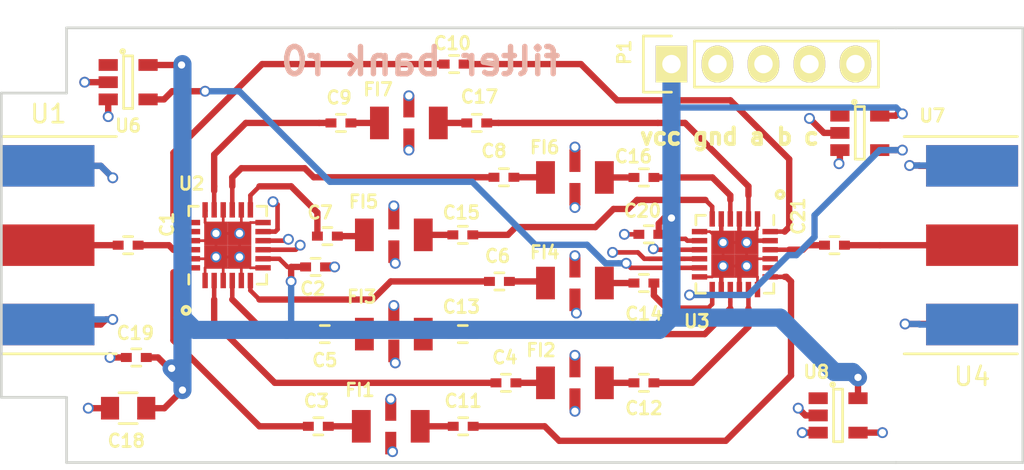
<source format=kicad_pcb>
(kicad_pcb (version 4) (host pcbnew 4.0.2-stable)

  (general
    (links 109)
    (no_connects 0)
    (area 192.524999 95.324999 249.075001 119.475001)
    (thickness 1.6)
    (drawings 14)
    (tracks 414)
    (zones 0)
    (modules 36)
    (nets 43)
  )

  (page A4)
  (layers
    (0 F.Cu signal)
    (1 In1.Cu signal hide)
    (2 In2.Cu signal)
    (31 B.Cu signal)
    (32 B.Adhes user hide)
    (33 F.Adhes user hide)
    (34 B.Paste user)
    (35 F.Paste user)
    (36 B.SilkS user)
    (37 F.SilkS user)
    (38 B.Mask user)
    (39 F.Mask user)
    (40 Dwgs.User user)
    (41 Cmts.User user)
    (42 Eco1.User user)
    (43 Eco2.User user)
    (44 Edge.Cuts user)
    (45 Margin user)
    (46 B.CrtYd user)
    (47 F.CrtYd user)
    (48 B.Fab user)
    (49 F.Fab user)
  )

  (setup
    (last_trace_width 0.35)
    (user_trace_width 0.15)
    (user_trace_width 0.2)
    (user_trace_width 0.35)
    (user_trace_width 1)
    (trace_clearance 0.127)
    (zone_clearance 0.254)
    (zone_45_only no)
    (trace_min 0.15)
    (segment_width 0.2)
    (edge_width 0.15)
    (via_size 0.6)
    (via_drill 0.4)
    (via_min_size 0.254)
    (via_min_drill 0.254)
    (user_via 0.37 0.254)
    (uvia_size 0.3)
    (uvia_drill 0.1)
    (uvias_allowed no)
    (uvia_min_size 0.2)
    (uvia_min_drill 0.1)
    (pcb_text_width 0.3)
    (pcb_text_size 1.5 1.5)
    (mod_edge_width 0.15)
    (mod_text_size 0.7 0.7)
    (mod_text_width 0.15)
    (pad_size 1.524 1.524)
    (pad_drill 0.762)
    (pad_to_mask_clearance 0.2)
    (aux_axis_origin 0 0)
    (visible_elements FFFEFF7F)
    (pcbplotparams
      (layerselection 0x010f0_80000007)
      (usegerberextensions true)
      (excludeedgelayer true)
      (linewidth 0.100000)
      (plotframeref false)
      (viasonmask false)
      (mode 1)
      (useauxorigin false)
      (hpglpennumber 1)
      (hpglpenspeed 20)
      (hpglpendiameter 15)
      (hpglpenoverlay 2)
      (psnegative false)
      (psa4output false)
      (plotreference true)
      (plotvalue true)
      (plotinvisibletext false)
      (padsonsilk false)
      (subtractmaskfromsilk false)
      (outputformat 1)
      (mirror false)
      (drillshape 0)
      (scaleselection 1)
      (outputdirectory gerbs/))
  )

  (net 0 "")
  (net 1 "Net-(C1-Pad1)")
  (net 2 "Net-(C1-Pad2)")
  (net 3 GND)
  (net 4 VDD)
  (net 5 "Net-(C3-Pad1)")
  (net 6 /RF1_I)
  (net 7 "Net-(C4-Pad1)")
  (net 8 /RF2_I)
  (net 9 "Net-(C5-Pad1)")
  (net 10 /RF3_I)
  (net 11 "Net-(C6-Pad1)")
  (net 12 /RF4_I)
  (net 13 "Net-(C7-Pad1)")
  (net 14 /RF5_I)
  (net 15 "Net-(C8-Pad1)")
  (net 16 /RF6_I)
  (net 17 "Net-(C9-Pad1)")
  (net 18 /RF7_I)
  (net 19 /RF8_O)
  (net 20 /RF8_I)
  (net 21 /RF1_O)
  (net 22 "Net-(C11-Pad2)")
  (net 23 /RF2_O)
  (net 24 "Net-(C12-Pad2)")
  (net 25 /RF3_O)
  (net 26 "Net-(C13-Pad2)")
  (net 27 /RF4_O)
  (net 28 "Net-(C14-Pad2)")
  (net 29 /RF5_O)
  (net 30 "Net-(C15-Pad2)")
  (net 31 /RF6_O)
  (net 32 "Net-(C16-Pad2)")
  (net 33 /RF7_O)
  (net 34 "Net-(C17-Pad2)")
  (net 35 "Net-(C21-Pad1)")
  (net 36 "Net-(C21-Pad2)")
  (net 37 /CTLA)
  (net 38 /CTLB)
  (net 39 /CTLC)
  (net 40 /~CTLC)
  (net 41 /~CTLB)
  (net 42 /~CTLA)

  (net_class Default "This is the default net class."
    (clearance 0.127)
    (trace_width 0.254)
    (via_dia 0.6)
    (via_drill 0.4)
    (uvia_dia 0.3)
    (uvia_drill 0.1)
    (add_net /CTLA)
    (add_net /CTLB)
    (add_net /CTLC)
    (add_net /RF1_I)
    (add_net /RF1_O)
    (add_net /RF2_I)
    (add_net /RF2_O)
    (add_net /RF3_I)
    (add_net /RF3_O)
    (add_net /RF4_I)
    (add_net /RF4_O)
    (add_net /RF5_I)
    (add_net /RF5_O)
    (add_net /RF6_I)
    (add_net /RF6_O)
    (add_net /RF7_I)
    (add_net /RF7_O)
    (add_net /RF8_I)
    (add_net /RF8_O)
    (add_net /~CTLA)
    (add_net /~CTLB)
    (add_net /~CTLC)
    (add_net GND)
    (add_net "Net-(C1-Pad1)")
    (add_net "Net-(C1-Pad2)")
    (add_net "Net-(C11-Pad2)")
    (add_net "Net-(C12-Pad2)")
    (add_net "Net-(C13-Pad2)")
    (add_net "Net-(C14-Pad2)")
    (add_net "Net-(C15-Pad2)")
    (add_net "Net-(C16-Pad2)")
    (add_net "Net-(C17-Pad2)")
    (add_net "Net-(C21-Pad1)")
    (add_net "Net-(C21-Pad2)")
    (add_net "Net-(C3-Pad1)")
    (add_net "Net-(C4-Pad1)")
    (add_net "Net-(C5-Pad1)")
    (add_net "Net-(C6-Pad1)")
    (add_net "Net-(C7-Pad1)")
    (add_net "Net-(C8-Pad1)")
    (add_net "Net-(C9-Pad1)")
    (add_net VDD)
  )

  (module Capacitors_SMD:C_0402 (layer F.Cu) (tedit 5415D599) (tstamp 56C186B3)
    (at 199.6 107.4)
    (descr "Capacitor SMD 0402, reflow soldering, AVX (see smccp.pdf)")
    (tags "capacitor 0402")
    (path /56AF2224)
    (attr smd)
    (fp_text reference C1 (at 2.15 -1.15 90) (layer F.SilkS)
      (effects (font (size 0.7 0.7) (thickness 0.15)))
    )
    (fp_text value C_Small (at 0 1.7) (layer F.Fab)
      (effects (font (size 0.7 0.7) (thickness 0.15)))
    )
    (fp_line (start -1.15 -0.6) (end 1.15 -0.6) (layer F.CrtYd) (width 0.05))
    (fp_line (start -1.15 0.6) (end 1.15 0.6) (layer F.CrtYd) (width 0.05))
    (fp_line (start -1.15 -0.6) (end -1.15 0.6) (layer F.CrtYd) (width 0.05))
    (fp_line (start 1.15 -0.6) (end 1.15 0.6) (layer F.CrtYd) (width 0.05))
    (fp_line (start 0.25 -0.475) (end -0.25 -0.475) (layer F.SilkS) (width 0.15))
    (fp_line (start -0.25 0.475) (end 0.25 0.475) (layer F.SilkS) (width 0.15))
    (pad 1 smd rect (at -0.55 0) (size 0.6 0.5) (layers F.Cu F.Paste F.Mask)
      (net 1 "Net-(C1-Pad1)"))
    (pad 2 smd rect (at 0.55 0) (size 0.6 0.5) (layers F.Cu F.Paste F.Mask)
      (net 2 "Net-(C1-Pad2)"))
    (model Capacitors_SMD.3dshapes/C_0402.wrl
      (at (xyz 0 0 0))
      (scale (xyz 1 1 1))
      (rotate (xyz 0 0 0))
    )
  )

  (module Capacitors_SMD:C_0402 (layer F.Cu) (tedit 5415D599) (tstamp 56C186B9)
    (at 209.95 108.6 180)
    (descr "Capacitor SMD 0402, reflow soldering, AVX (see smccp.pdf)")
    (tags "capacitor 0402")
    (path /56AF3278)
    (attr smd)
    (fp_text reference C2 (at 0.15 -1.2 180) (layer F.SilkS)
      (effects (font (size 0.7 0.7) (thickness 0.15)))
    )
    (fp_text value C_Small (at 0 1.7 180) (layer F.Fab)
      (effects (font (size 0.7 0.7) (thickness 0.15)))
    )
    (fp_line (start -1.15 -0.6) (end 1.15 -0.6) (layer F.CrtYd) (width 0.05))
    (fp_line (start -1.15 0.6) (end 1.15 0.6) (layer F.CrtYd) (width 0.05))
    (fp_line (start -1.15 -0.6) (end -1.15 0.6) (layer F.CrtYd) (width 0.05))
    (fp_line (start 1.15 -0.6) (end 1.15 0.6) (layer F.CrtYd) (width 0.05))
    (fp_line (start 0.25 -0.475) (end -0.25 -0.475) (layer F.SilkS) (width 0.15))
    (fp_line (start -0.25 0.475) (end 0.25 0.475) (layer F.SilkS) (width 0.15))
    (pad 1 smd rect (at -0.55 0 180) (size 0.6 0.5) (layers F.Cu F.Paste F.Mask)
      (net 3 GND))
    (pad 2 smd rect (at 0.55 0 180) (size 0.6 0.5) (layers F.Cu F.Paste F.Mask)
      (net 4 VDD))
    (model Capacitors_SMD.3dshapes/C_0402.wrl
      (at (xyz 0 0 0))
      (scale (xyz 1 1 1))
      (rotate (xyz 0 0 0))
    )
  )

  (module Capacitors_SMD:C_0402 (layer F.Cu) (tedit 5415D599) (tstamp 56C186BF)
    (at 210.1 117.4 180)
    (descr "Capacitor SMD 0402, reflow soldering, AVX (see smccp.pdf)")
    (tags "capacitor 0402")
    (path /56AF2D52)
    (attr smd)
    (fp_text reference C3 (at 0.1 1.4 180) (layer F.SilkS)
      (effects (font (size 0.7 0.7) (thickness 0.15)))
    )
    (fp_text value C_Small (at 0 1.7 180) (layer F.Fab)
      (effects (font (size 0.7 0.7) (thickness 0.15)))
    )
    (fp_line (start -1.15 -0.6) (end 1.15 -0.6) (layer F.CrtYd) (width 0.05))
    (fp_line (start -1.15 0.6) (end 1.15 0.6) (layer F.CrtYd) (width 0.05))
    (fp_line (start -1.15 -0.6) (end -1.15 0.6) (layer F.CrtYd) (width 0.05))
    (fp_line (start 1.15 -0.6) (end 1.15 0.6) (layer F.CrtYd) (width 0.05))
    (fp_line (start 0.25 -0.475) (end -0.25 -0.475) (layer F.SilkS) (width 0.15))
    (fp_line (start -0.25 0.475) (end 0.25 0.475) (layer F.SilkS) (width 0.15))
    (pad 1 smd rect (at -0.55 0 180) (size 0.6 0.5) (layers F.Cu F.Paste F.Mask)
      (net 5 "Net-(C3-Pad1)"))
    (pad 2 smd rect (at 0.55 0 180) (size 0.6 0.5) (layers F.Cu F.Paste F.Mask)
      (net 6 /RF1_I))
    (model Capacitors_SMD.3dshapes/C_0402.wrl
      (at (xyz 0 0 0))
      (scale (xyz 1 1 1))
      (rotate (xyz 0 0 0))
    )
  )

  (module Capacitors_SMD:C_0402 (layer F.Cu) (tedit 5415D599) (tstamp 56C186C5)
    (at 220.46 115 180)
    (descr "Capacitor SMD 0402, reflow soldering, AVX (see smccp.pdf)")
    (tags "capacitor 0402")
    (path /56AF377E)
    (attr smd)
    (fp_text reference C4 (at 0.06 1.4 180) (layer F.SilkS)
      (effects (font (size 0.7 0.7) (thickness 0.15)))
    )
    (fp_text value C_Small (at 0 1.7 180) (layer F.Fab)
      (effects (font (size 0.7 0.7) (thickness 0.15)))
    )
    (fp_line (start -1.15 -0.6) (end 1.15 -0.6) (layer F.CrtYd) (width 0.05))
    (fp_line (start -1.15 0.6) (end 1.15 0.6) (layer F.CrtYd) (width 0.05))
    (fp_line (start -1.15 -0.6) (end -1.15 0.6) (layer F.CrtYd) (width 0.05))
    (fp_line (start 1.15 -0.6) (end 1.15 0.6) (layer F.CrtYd) (width 0.05))
    (fp_line (start 0.25 -0.475) (end -0.25 -0.475) (layer F.SilkS) (width 0.15))
    (fp_line (start -0.25 0.475) (end 0.25 0.475) (layer F.SilkS) (width 0.15))
    (pad 1 smd rect (at -0.55 0 180) (size 0.6 0.5) (layers F.Cu F.Paste F.Mask)
      (net 7 "Net-(C4-Pad1)"))
    (pad 2 smd rect (at 0.55 0 180) (size 0.6 0.5) (layers F.Cu F.Paste F.Mask)
      (net 8 /RF2_I))
    (model Capacitors_SMD.3dshapes/C_0402.wrl
      (at (xyz 0 0 0))
      (scale (xyz 1 1 1))
      (rotate (xyz 0 0 0))
    )
  )

  (module Capacitors_SMD:C_0402 (layer F.Cu) (tedit 5415D599) (tstamp 56C186CB)
    (at 210.46 112.31 180)
    (descr "Capacitor SMD 0402, reflow soldering, AVX (see smccp.pdf)")
    (tags "capacitor 0402")
    (path /56AF3AB1)
    (attr smd)
    (fp_text reference C5 (at 0 -1.44 180) (layer F.SilkS)
      (effects (font (size 0.7 0.7) (thickness 0.15)))
    )
    (fp_text value C_Small (at 0 1.7 180) (layer F.Fab)
      (effects (font (size 0.7 0.7) (thickness 0.15)))
    )
    (fp_line (start -1.15 -0.6) (end 1.15 -0.6) (layer F.CrtYd) (width 0.05))
    (fp_line (start -1.15 0.6) (end 1.15 0.6) (layer F.CrtYd) (width 0.05))
    (fp_line (start -1.15 -0.6) (end -1.15 0.6) (layer F.CrtYd) (width 0.05))
    (fp_line (start 1.15 -0.6) (end 1.15 0.6) (layer F.CrtYd) (width 0.05))
    (fp_line (start 0.25 -0.475) (end -0.25 -0.475) (layer F.SilkS) (width 0.15))
    (fp_line (start -0.25 0.475) (end 0.25 0.475) (layer F.SilkS) (width 0.15))
    (pad 1 smd rect (at -0.55 0 180) (size 0.6 0.5) (layers F.Cu F.Paste F.Mask)
      (net 9 "Net-(C5-Pad1)"))
    (pad 2 smd rect (at 0.55 0 180) (size 0.6 0.5) (layers F.Cu F.Paste F.Mask)
      (net 10 /RF3_I))
    (model Capacitors_SMD.3dshapes/C_0402.wrl
      (at (xyz 0 0 0))
      (scale (xyz 1 1 1))
      (rotate (xyz 0 0 0))
    )
  )

  (module Capacitors_SMD:C_0402 (layer F.Cu) (tedit 5415D599) (tstamp 56C186D1)
    (at 220.1 109.4 180)
    (descr "Capacitor SMD 0402, reflow soldering, AVX (see smccp.pdf)")
    (tags "capacitor 0402")
    (path /56AF3AD0)
    (attr smd)
    (fp_text reference C6 (at 0.1 1.4 180) (layer F.SilkS)
      (effects (font (size 0.7 0.7) (thickness 0.15)))
    )
    (fp_text value C_Small (at 0 1.7 180) (layer F.Fab)
      (effects (font (size 0.7 0.7) (thickness 0.15)))
    )
    (fp_line (start -1.15 -0.6) (end 1.15 -0.6) (layer F.CrtYd) (width 0.05))
    (fp_line (start -1.15 0.6) (end 1.15 0.6) (layer F.CrtYd) (width 0.05))
    (fp_line (start -1.15 -0.6) (end -1.15 0.6) (layer F.CrtYd) (width 0.05))
    (fp_line (start 1.15 -0.6) (end 1.15 0.6) (layer F.CrtYd) (width 0.05))
    (fp_line (start 0.25 -0.475) (end -0.25 -0.475) (layer F.SilkS) (width 0.15))
    (fp_line (start -0.25 0.475) (end 0.25 0.475) (layer F.SilkS) (width 0.15))
    (pad 1 smd rect (at -0.55 0 180) (size 0.6 0.5) (layers F.Cu F.Paste F.Mask)
      (net 11 "Net-(C6-Pad1)"))
    (pad 2 smd rect (at 0.55 0 180) (size 0.6 0.5) (layers F.Cu F.Paste F.Mask)
      (net 12 /RF4_I))
    (model Capacitors_SMD.3dshapes/C_0402.wrl
      (at (xyz 0 0 0))
      (scale (xyz 1 1 1))
      (rotate (xyz 0 0 0))
    )
  )

  (module Capacitors_SMD:C_0402 (layer F.Cu) (tedit 5415D599) (tstamp 56C186D7)
    (at 210.6 106.9 180)
    (descr "Capacitor SMD 0402, reflow soldering, AVX (see smccp.pdf)")
    (tags "capacitor 0402")
    (path /56AF43C7)
    (attr smd)
    (fp_text reference C7 (at 0.4 1.3 180) (layer F.SilkS)
      (effects (font (size 0.7 0.7) (thickness 0.15)))
    )
    (fp_text value C_Small (at 0 1.7 180) (layer F.Fab)
      (effects (font (size 0.7 0.7) (thickness 0.15)))
    )
    (fp_line (start -1.15 -0.6) (end 1.15 -0.6) (layer F.CrtYd) (width 0.05))
    (fp_line (start -1.15 0.6) (end 1.15 0.6) (layer F.CrtYd) (width 0.05))
    (fp_line (start -1.15 -0.6) (end -1.15 0.6) (layer F.CrtYd) (width 0.05))
    (fp_line (start 1.15 -0.6) (end 1.15 0.6) (layer F.CrtYd) (width 0.05))
    (fp_line (start 0.25 -0.475) (end -0.25 -0.475) (layer F.SilkS) (width 0.15))
    (fp_line (start -0.25 0.475) (end 0.25 0.475) (layer F.SilkS) (width 0.15))
    (pad 1 smd rect (at -0.55 0 180) (size 0.6 0.5) (layers F.Cu F.Paste F.Mask)
      (net 13 "Net-(C7-Pad1)"))
    (pad 2 smd rect (at 0.55 0 180) (size 0.6 0.5) (layers F.Cu F.Paste F.Mask)
      (net 14 /RF5_I))
    (model Capacitors_SMD.3dshapes/C_0402.wrl
      (at (xyz 0 0 0))
      (scale (xyz 1 1 1))
      (rotate (xyz 0 0 0))
    )
  )

  (module Capacitors_SMD:C_0402 (layer F.Cu) (tedit 5415D599) (tstamp 56C186DD)
    (at 220.35 103.65 180)
    (descr "Capacitor SMD 0402, reflow soldering, AVX (see smccp.pdf)")
    (tags "capacitor 0402")
    (path /56AF43E6)
    (attr smd)
    (fp_text reference C8 (at 0.55 1.45 180) (layer F.SilkS)
      (effects (font (size 0.7 0.7) (thickness 0.15)))
    )
    (fp_text value C_Small (at 0 1.7 180) (layer F.Fab)
      (effects (font (size 0.7 0.7) (thickness 0.15)))
    )
    (fp_line (start -1.15 -0.6) (end 1.15 -0.6) (layer F.CrtYd) (width 0.05))
    (fp_line (start -1.15 0.6) (end 1.15 0.6) (layer F.CrtYd) (width 0.05))
    (fp_line (start -1.15 -0.6) (end -1.15 0.6) (layer F.CrtYd) (width 0.05))
    (fp_line (start 1.15 -0.6) (end 1.15 0.6) (layer F.CrtYd) (width 0.05))
    (fp_line (start 0.25 -0.475) (end -0.25 -0.475) (layer F.SilkS) (width 0.15))
    (fp_line (start -0.25 0.475) (end 0.25 0.475) (layer F.SilkS) (width 0.15))
    (pad 1 smd rect (at -0.55 0 180) (size 0.6 0.5) (layers F.Cu F.Paste F.Mask)
      (net 15 "Net-(C8-Pad1)"))
    (pad 2 smd rect (at 0.55 0 180) (size 0.6 0.5) (layers F.Cu F.Paste F.Mask)
      (net 16 /RF6_I))
    (model Capacitors_SMD.3dshapes/C_0402.wrl
      (at (xyz 0 0 0))
      (scale (xyz 1 1 1))
      (rotate (xyz 0 0 0))
    )
  )

  (module Capacitors_SMD:C_0402 (layer F.Cu) (tedit 5415D599) (tstamp 56C186E3)
    (at 211.35 100.65 180)
    (descr "Capacitor SMD 0402, reflow soldering, AVX (see smccp.pdf)")
    (tags "capacitor 0402")
    (path /56AF4405)
    (attr smd)
    (fp_text reference C9 (at 0.1 1.4 180) (layer F.SilkS)
      (effects (font (size 0.7 0.7) (thickness 0.15)))
    )
    (fp_text value C_Small (at 0 1.7 180) (layer F.Fab)
      (effects (font (size 0.7 0.7) (thickness 0.15)))
    )
    (fp_line (start -1.15 -0.6) (end 1.15 -0.6) (layer F.CrtYd) (width 0.05))
    (fp_line (start -1.15 0.6) (end 1.15 0.6) (layer F.CrtYd) (width 0.05))
    (fp_line (start -1.15 -0.6) (end -1.15 0.6) (layer F.CrtYd) (width 0.05))
    (fp_line (start 1.15 -0.6) (end 1.15 0.6) (layer F.CrtYd) (width 0.05))
    (fp_line (start 0.25 -0.475) (end -0.25 -0.475) (layer F.SilkS) (width 0.15))
    (fp_line (start -0.25 0.475) (end 0.25 0.475) (layer F.SilkS) (width 0.15))
    (pad 1 smd rect (at -0.55 0 180) (size 0.6 0.5) (layers F.Cu F.Paste F.Mask)
      (net 17 "Net-(C9-Pad1)"))
    (pad 2 smd rect (at 0.55 0 180) (size 0.6 0.5) (layers F.Cu F.Paste F.Mask)
      (net 18 /RF7_I))
    (model Capacitors_SMD.3dshapes/C_0402.wrl
      (at (xyz 0 0 0))
      (scale (xyz 1 1 1))
      (rotate (xyz 0 0 0))
    )
  )

  (module Capacitors_SMD:C_0402 (layer F.Cu) (tedit 5415D599) (tstamp 56C186E9)
    (at 217.6 97.4 180)
    (descr "Capacitor SMD 0402, reflow soldering, AVX (see smccp.pdf)")
    (tags "capacitor 0402")
    (path /56AF442A)
    (attr smd)
    (fp_text reference C10 (at 0.1 1.15 180) (layer F.SilkS)
      (effects (font (size 0.7 0.7) (thickness 0.15)))
    )
    (fp_text value C_Small (at 0 1.7 180) (layer F.Fab)
      (effects (font (size 0.7 0.7) (thickness 0.15)))
    )
    (fp_line (start -1.15 -0.6) (end 1.15 -0.6) (layer F.CrtYd) (width 0.05))
    (fp_line (start -1.15 0.6) (end 1.15 0.6) (layer F.CrtYd) (width 0.05))
    (fp_line (start -1.15 -0.6) (end -1.15 0.6) (layer F.CrtYd) (width 0.05))
    (fp_line (start 1.15 -0.6) (end 1.15 0.6) (layer F.CrtYd) (width 0.05))
    (fp_line (start 0.25 -0.475) (end -0.25 -0.475) (layer F.SilkS) (width 0.15))
    (fp_line (start -0.25 0.475) (end 0.25 0.475) (layer F.SilkS) (width 0.15))
    (pad 1 smd rect (at -0.55 0 180) (size 0.6 0.5) (layers F.Cu F.Paste F.Mask)
      (net 21 /RF1_O))
    (pad 2 smd rect (at 0.55 0 180) (size 0.6 0.5) (layers F.Cu F.Paste F.Mask)
      (net 20 /RF8_I))
    (model Capacitors_SMD.3dshapes/C_0402.wrl
      (at (xyz 0 0 0))
      (scale (xyz 1 1 1))
      (rotate (xyz 0 0 0))
    )
  )

  (module Capacitors_SMD:C_0402 (layer F.Cu) (tedit 5415D599) (tstamp 56C186EF)
    (at 218.1 117.4 180)
    (descr "Capacitor SMD 0402, reflow soldering, AVX (see smccp.pdf)")
    (tags "capacitor 0402")
    (path /56AF2DE3)
    (attr smd)
    (fp_text reference C11 (at 0 1.4 180) (layer F.SilkS)
      (effects (font (size 0.7 0.7) (thickness 0.15)))
    )
    (fp_text value C_Small (at 0 1.7 180) (layer F.Fab)
      (effects (font (size 0.7 0.7) (thickness 0.15)))
    )
    (fp_line (start -1.15 -0.6) (end 1.15 -0.6) (layer F.CrtYd) (width 0.05))
    (fp_line (start -1.15 0.6) (end 1.15 0.6) (layer F.CrtYd) (width 0.05))
    (fp_line (start -1.15 -0.6) (end -1.15 0.6) (layer F.CrtYd) (width 0.05))
    (fp_line (start 1.15 -0.6) (end 1.15 0.6) (layer F.CrtYd) (width 0.05))
    (fp_line (start 0.25 -0.475) (end -0.25 -0.475) (layer F.SilkS) (width 0.15))
    (fp_line (start -0.25 0.475) (end 0.25 0.475) (layer F.SilkS) (width 0.15))
    (pad 1 smd rect (at -0.55 0 180) (size 0.6 0.5) (layers F.Cu F.Paste F.Mask)
      (net 19 /RF8_O))
    (pad 2 smd rect (at 0.55 0 180) (size 0.6 0.5) (layers F.Cu F.Paste F.Mask)
      (net 22 "Net-(C11-Pad2)"))
    (model Capacitors_SMD.3dshapes/C_0402.wrl
      (at (xyz 0 0 0))
      (scale (xyz 1 1 1))
      (rotate (xyz 0 0 0))
    )
  )

  (module Capacitors_SMD:C_0402 (layer F.Cu) (tedit 5415D599) (tstamp 56C186F5)
    (at 228.08 115 180)
    (descr "Capacitor SMD 0402, reflow soldering, AVX (see smccp.pdf)")
    (tags "capacitor 0402")
    (path /56AF3784)
    (attr smd)
    (fp_text reference C12 (at 0 -1.4 180) (layer F.SilkS)
      (effects (font (size 0.7 0.7) (thickness 0.15)))
    )
    (fp_text value C_Small (at 0 1.7 180) (layer F.Fab)
      (effects (font (size 0.7 0.7) (thickness 0.15)))
    )
    (fp_line (start -1.15 -0.6) (end 1.15 -0.6) (layer F.CrtYd) (width 0.05))
    (fp_line (start -1.15 0.6) (end 1.15 0.6) (layer F.CrtYd) (width 0.05))
    (fp_line (start -1.15 -0.6) (end -1.15 0.6) (layer F.CrtYd) (width 0.05))
    (fp_line (start 1.15 -0.6) (end 1.15 0.6) (layer F.CrtYd) (width 0.05))
    (fp_line (start 0.25 -0.475) (end -0.25 -0.475) (layer F.SilkS) (width 0.15))
    (fp_line (start -0.25 0.475) (end 0.25 0.475) (layer F.SilkS) (width 0.15))
    (pad 1 smd rect (at -0.55 0 180) (size 0.6 0.5) (layers F.Cu F.Paste F.Mask)
      (net 33 /RF7_O))
    (pad 2 smd rect (at 0.55 0 180) (size 0.6 0.5) (layers F.Cu F.Paste F.Mask)
      (net 24 "Net-(C12-Pad2)"))
    (model Capacitors_SMD.3dshapes/C_0402.wrl
      (at (xyz 0 0 0))
      (scale (xyz 1 1 1))
      (rotate (xyz 0 0 0))
    )
  )

  (module Capacitors_SMD:C_0402 (layer F.Cu) (tedit 5415D599) (tstamp 56C186FB)
    (at 218.08 112.31 180)
    (descr "Capacitor SMD 0402, reflow soldering, AVX (see smccp.pdf)")
    (tags "capacitor 0402")
    (path /56AF3AB7)
    (attr smd)
    (fp_text reference C13 (at 0.08 1.51 180) (layer F.SilkS)
      (effects (font (size 0.7 0.7) (thickness 0.15)))
    )
    (fp_text value C_Small (at 0 1.7 180) (layer F.Fab)
      (effects (font (size 0.7 0.7) (thickness 0.15)))
    )
    (fp_line (start -1.15 -0.6) (end 1.15 -0.6) (layer F.CrtYd) (width 0.05))
    (fp_line (start -1.15 0.6) (end 1.15 0.6) (layer F.CrtYd) (width 0.05))
    (fp_line (start -1.15 -0.6) (end -1.15 0.6) (layer F.CrtYd) (width 0.05))
    (fp_line (start 1.15 -0.6) (end 1.15 0.6) (layer F.CrtYd) (width 0.05))
    (fp_line (start 0.25 -0.475) (end -0.25 -0.475) (layer F.SilkS) (width 0.15))
    (fp_line (start -0.25 0.475) (end 0.25 0.475) (layer F.SilkS) (width 0.15))
    (pad 1 smd rect (at -0.55 0 180) (size 0.6 0.5) (layers F.Cu F.Paste F.Mask)
      (net 31 /RF6_O))
    (pad 2 smd rect (at 0.55 0 180) (size 0.6 0.5) (layers F.Cu F.Paste F.Mask)
      (net 26 "Net-(C13-Pad2)"))
    (model Capacitors_SMD.3dshapes/C_0402.wrl
      (at (xyz 0 0 0))
      (scale (xyz 1 1 1))
      (rotate (xyz 0 0 0))
    )
  )

  (module Capacitors_SMD:C_0402 (layer F.Cu) (tedit 5415D599) (tstamp 56C18701)
    (at 228.08 109.49 180)
    (descr "Capacitor SMD 0402, reflow soldering, AVX (see smccp.pdf)")
    (tags "capacitor 0402")
    (path /56AF3AD6)
    (attr smd)
    (fp_text reference C14 (at 0 -1.7 180) (layer F.SilkS)
      (effects (font (size 0.7 0.7) (thickness 0.15)))
    )
    (fp_text value C_Small (at 0 1.7 180) (layer F.Fab)
      (effects (font (size 0.7 0.7) (thickness 0.15)))
    )
    (fp_line (start -1.15 -0.6) (end 1.15 -0.6) (layer F.CrtYd) (width 0.05))
    (fp_line (start -1.15 0.6) (end 1.15 0.6) (layer F.CrtYd) (width 0.05))
    (fp_line (start -1.15 -0.6) (end -1.15 0.6) (layer F.CrtYd) (width 0.05))
    (fp_line (start 1.15 -0.6) (end 1.15 0.6) (layer F.CrtYd) (width 0.05))
    (fp_line (start 0.25 -0.475) (end -0.25 -0.475) (layer F.SilkS) (width 0.15))
    (fp_line (start -0.25 0.475) (end 0.25 0.475) (layer F.SilkS) (width 0.15))
    (pad 1 smd rect (at -0.55 0 180) (size 0.6 0.5) (layers F.Cu F.Paste F.Mask)
      (net 29 /RF5_O))
    (pad 2 smd rect (at 0.55 0 180) (size 0.6 0.5) (layers F.Cu F.Paste F.Mask)
      (net 28 "Net-(C14-Pad2)"))
    (model Capacitors_SMD.3dshapes/C_0402.wrl
      (at (xyz 0 0 0))
      (scale (xyz 1 1 1))
      (rotate (xyz 0 0 0))
    )
  )

  (module Capacitors_SMD:C_0402 (layer F.Cu) (tedit 5415D599) (tstamp 56C18707)
    (at 218.08 106.83 180)
    (descr "Capacitor SMD 0402, reflow soldering, AVX (see smccp.pdf)")
    (tags "capacitor 0402")
    (path /56AF43CD)
    (attr smd)
    (fp_text reference C15 (at 0.08 1.23 180) (layer F.SilkS)
      (effects (font (size 0.7 0.7) (thickness 0.15)))
    )
    (fp_text value C_Small (at 0 1.7 180) (layer F.Fab)
      (effects (font (size 0.7 0.7) (thickness 0.15)))
    )
    (fp_line (start -1.15 -0.6) (end 1.15 -0.6) (layer F.CrtYd) (width 0.05))
    (fp_line (start -1.15 0.6) (end 1.15 0.6) (layer F.CrtYd) (width 0.05))
    (fp_line (start -1.15 -0.6) (end -1.15 0.6) (layer F.CrtYd) (width 0.05))
    (fp_line (start 1.15 -0.6) (end 1.15 0.6) (layer F.CrtYd) (width 0.05))
    (fp_line (start 0.25 -0.475) (end -0.25 -0.475) (layer F.SilkS) (width 0.15))
    (fp_line (start -0.25 0.475) (end 0.25 0.475) (layer F.SilkS) (width 0.15))
    (pad 1 smd rect (at -0.55 0 180) (size 0.6 0.5) (layers F.Cu F.Paste F.Mask)
      (net 27 /RF4_O))
    (pad 2 smd rect (at 0.55 0 180) (size 0.6 0.5) (layers F.Cu F.Paste F.Mask)
      (net 30 "Net-(C15-Pad2)"))
    (model Capacitors_SMD.3dshapes/C_0402.wrl
      (at (xyz 0 0 0))
      (scale (xyz 1 1 1))
      (rotate (xyz 0 0 0))
    )
  )

  (module Capacitors_SMD:C_0402 (layer F.Cu) (tedit 5415D599) (tstamp 56C1870D)
    (at 228.08 103.66 180)
    (descr "Capacitor SMD 0402, reflow soldering, AVX (see smccp.pdf)")
    (tags "capacitor 0402")
    (path /56AF43EC)
    (attr smd)
    (fp_text reference C16 (at 0.58 1.16 180) (layer F.SilkS)
      (effects (font (size 0.7 0.7) (thickness 0.15)))
    )
    (fp_text value C_Small (at 0 1.7 180) (layer F.Fab)
      (effects (font (size 0.7 0.7) (thickness 0.15)))
    )
    (fp_line (start -1.15 -0.6) (end 1.15 -0.6) (layer F.CrtYd) (width 0.05))
    (fp_line (start -1.15 0.6) (end 1.15 0.6) (layer F.CrtYd) (width 0.05))
    (fp_line (start -1.15 -0.6) (end -1.15 0.6) (layer F.CrtYd) (width 0.05))
    (fp_line (start 1.15 -0.6) (end 1.15 0.6) (layer F.CrtYd) (width 0.05))
    (fp_line (start 0.25 -0.475) (end -0.25 -0.475) (layer F.SilkS) (width 0.15))
    (fp_line (start -0.25 0.475) (end 0.25 0.475) (layer F.SilkS) (width 0.15))
    (pad 1 smd rect (at -0.55 0 180) (size 0.6 0.5) (layers F.Cu F.Paste F.Mask)
      (net 25 /RF3_O))
    (pad 2 smd rect (at 0.55 0 180) (size 0.6 0.5) (layers F.Cu F.Paste F.Mask)
      (net 32 "Net-(C16-Pad2)"))
    (model Capacitors_SMD.3dshapes/C_0402.wrl
      (at (xyz 0 0 0))
      (scale (xyz 1 1 1))
      (rotate (xyz 0 0 0))
    )
  )

  (module Capacitors_SMD:C_0402 (layer F.Cu) (tedit 5415D599) (tstamp 56C18713)
    (at 218.85 100.65 180)
    (descr "Capacitor SMD 0402, reflow soldering, AVX (see smccp.pdf)")
    (tags "capacitor 0402")
    (path /56AF440B)
    (attr smd)
    (fp_text reference C17 (at -0.15 1.45 180) (layer F.SilkS)
      (effects (font (size 0.7 0.7) (thickness 0.15)))
    )
    (fp_text value C_Small (at 0 1.7 180) (layer F.Fab)
      (effects (font (size 0.7 0.7) (thickness 0.15)))
    )
    (fp_line (start -1.15 -0.6) (end 1.15 -0.6) (layer F.CrtYd) (width 0.05))
    (fp_line (start -1.15 0.6) (end 1.15 0.6) (layer F.CrtYd) (width 0.05))
    (fp_line (start -1.15 -0.6) (end -1.15 0.6) (layer F.CrtYd) (width 0.05))
    (fp_line (start 1.15 -0.6) (end 1.15 0.6) (layer F.CrtYd) (width 0.05))
    (fp_line (start 0.25 -0.475) (end -0.25 -0.475) (layer F.SilkS) (width 0.15))
    (fp_line (start -0.25 0.475) (end 0.25 0.475) (layer F.SilkS) (width 0.15))
    (pad 1 smd rect (at -0.55 0 180) (size 0.6 0.5) (layers F.Cu F.Paste F.Mask)
      (net 23 /RF2_O))
    (pad 2 smd rect (at 0.55 0 180) (size 0.6 0.5) (layers F.Cu F.Paste F.Mask)
      (net 34 "Net-(C17-Pad2)"))
    (model Capacitors_SMD.3dshapes/C_0402.wrl
      (at (xyz 0 0 0))
      (scale (xyz 1 1 1))
      (rotate (xyz 0 0 0))
    )
  )

  (module Capacitors_SMD:C_0805 (layer F.Cu) (tedit 5415D6EA) (tstamp 56C18719)
    (at 199.6 116.4)
    (descr "Capacitor SMD 0805, reflow soldering, AVX (see smccp.pdf)")
    (tags "capacitor 0805")
    (path /56AF83DD)
    (attr smd)
    (fp_text reference C18 (at -0.1 1.8) (layer F.SilkS)
      (effects (font (size 0.7 0.7) (thickness 0.15)))
    )
    (fp_text value C_Small (at 0 2.1) (layer F.Fab)
      (effects (font (size 0.7 0.7) (thickness 0.15)))
    )
    (fp_line (start -1.8 -1) (end 1.8 -1) (layer F.CrtYd) (width 0.05))
    (fp_line (start -1.8 1) (end 1.8 1) (layer F.CrtYd) (width 0.05))
    (fp_line (start -1.8 -1) (end -1.8 1) (layer F.CrtYd) (width 0.05))
    (fp_line (start 1.8 -1) (end 1.8 1) (layer F.CrtYd) (width 0.05))
    (fp_line (start 0.5 -0.85) (end -0.5 -0.85) (layer F.SilkS) (width 0.15))
    (fp_line (start -0.5 0.85) (end 0.5 0.85) (layer F.SilkS) (width 0.15))
    (pad 1 smd rect (at -1 0) (size 1 1.25) (layers F.Cu F.Paste F.Mask)
      (net 3 GND))
    (pad 2 smd rect (at 1 0) (size 1 1.25) (layers F.Cu F.Paste F.Mask)
      (net 4 VDD))
    (model Capacitors_SMD.3dshapes/C_0805.wrl
      (at (xyz 0 0 0))
      (scale (xyz 1 1 1))
      (rotate (xyz 0 0 0))
    )
  )

  (module Capacitors_SMD:C_0402 (layer F.Cu) (tedit 5415D599) (tstamp 56C1871F)
    (at 200.05 113.6)
    (descr "Capacitor SMD 0402, reflow soldering, AVX (see smccp.pdf)")
    (tags "capacitor 0402")
    (path /56AF7FD4)
    (attr smd)
    (fp_text reference C19 (at -0.05 -1.35) (layer F.SilkS)
      (effects (font (size 0.7 0.7) (thickness 0.15)))
    )
    (fp_text value C_Small (at 0 1.7) (layer F.Fab)
      (effects (font (size 0.7 0.7) (thickness 0.15)))
    )
    (fp_line (start -1.15 -0.6) (end 1.15 -0.6) (layer F.CrtYd) (width 0.05))
    (fp_line (start -1.15 0.6) (end 1.15 0.6) (layer F.CrtYd) (width 0.05))
    (fp_line (start -1.15 -0.6) (end -1.15 0.6) (layer F.CrtYd) (width 0.05))
    (fp_line (start 1.15 -0.6) (end 1.15 0.6) (layer F.CrtYd) (width 0.05))
    (fp_line (start 0.25 -0.475) (end -0.25 -0.475) (layer F.SilkS) (width 0.15))
    (fp_line (start -0.25 0.475) (end 0.25 0.475) (layer F.SilkS) (width 0.15))
    (pad 1 smd rect (at -0.55 0) (size 0.6 0.5) (layers F.Cu F.Paste F.Mask)
      (net 3 GND))
    (pad 2 smd rect (at 0.55 0) (size 0.6 0.5) (layers F.Cu F.Paste F.Mask)
      (net 4 VDD))
    (model Capacitors_SMD.3dshapes/C_0402.wrl
      (at (xyz 0 0 0))
      (scale (xyz 1 1 1))
      (rotate (xyz 0 0 0))
    )
  )

  (module Capacitors_SMD:C_0402 (layer F.Cu) (tedit 5415D599) (tstamp 56C18725)
    (at 228.35 106.8)
    (descr "Capacitor SMD 0402, reflow soldering, AVX (see smccp.pdf)")
    (tags "capacitor 0402")
    (path /56AF4CE3)
    (attr smd)
    (fp_text reference C20 (at -0.35 -1.3) (layer F.SilkS)
      (effects (font (size 0.7 0.7) (thickness 0.15)))
    )
    (fp_text value C_Small (at 0 1.7) (layer F.Fab)
      (effects (font (size 0.7 0.7) (thickness 0.15)))
    )
    (fp_line (start -1.15 -0.6) (end 1.15 -0.6) (layer F.CrtYd) (width 0.05))
    (fp_line (start -1.15 0.6) (end 1.15 0.6) (layer F.CrtYd) (width 0.05))
    (fp_line (start -1.15 -0.6) (end -1.15 0.6) (layer F.CrtYd) (width 0.05))
    (fp_line (start 1.15 -0.6) (end 1.15 0.6) (layer F.CrtYd) (width 0.05))
    (fp_line (start 0.25 -0.475) (end -0.25 -0.475) (layer F.SilkS) (width 0.15))
    (fp_line (start -0.25 0.475) (end 0.25 0.475) (layer F.SilkS) (width 0.15))
    (pad 1 smd rect (at -0.55 0) (size 0.6 0.5) (layers F.Cu F.Paste F.Mask)
      (net 3 GND))
    (pad 2 smd rect (at 0.55 0) (size 0.6 0.5) (layers F.Cu F.Paste F.Mask)
      (net 4 VDD))
    (model Capacitors_SMD.3dshapes/C_0402.wrl
      (at (xyz 0 0 0))
      (scale (xyz 1 1 1))
      (rotate (xyz 0 0 0))
    )
  )

  (module Capacitors_SMD:C_0402 (layer F.Cu) (tedit 5415D599) (tstamp 56C1872B)
    (at 238.6 107.4 180)
    (descr "Capacitor SMD 0402, reflow soldering, AVX (see smccp.pdf)")
    (tags "capacitor 0402")
    (path /56AF4C72)
    (attr smd)
    (fp_text reference C21 (at 2 1.6 450) (layer F.SilkS)
      (effects (font (size 0.7 0.7) (thickness 0.15)))
    )
    (fp_text value C_Small (at 0 1.7 180) (layer F.Fab)
      (effects (font (size 0.7 0.7) (thickness 0.15)))
    )
    (fp_line (start -1.15 -0.6) (end 1.15 -0.6) (layer F.CrtYd) (width 0.05))
    (fp_line (start -1.15 0.6) (end 1.15 0.6) (layer F.CrtYd) (width 0.05))
    (fp_line (start -1.15 -0.6) (end -1.15 0.6) (layer F.CrtYd) (width 0.05))
    (fp_line (start 1.15 -0.6) (end 1.15 0.6) (layer F.CrtYd) (width 0.05))
    (fp_line (start 0.25 -0.475) (end -0.25 -0.475) (layer F.SilkS) (width 0.15))
    (fp_line (start -0.25 0.475) (end 0.25 0.475) (layer F.SilkS) (width 0.15))
    (pad 1 smd rect (at -0.55 0 180) (size 0.6 0.5) (layers F.Cu F.Paste F.Mask)
      (net 35 "Net-(C21-Pad1)"))
    (pad 2 smd rect (at 0.55 0 180) (size 0.6 0.5) (layers F.Cu F.Paste F.Mask)
      (net 36 "Net-(C21-Pad2)"))
    (model Capacitors_SMD.3dshapes/C_0402.wrl
      (at (xyz 0 0 0))
      (scale (xyz 1 1 1))
      (rotate (xyz 0 0 0))
    )
  )

  (module vna_footprints:FV1206 (layer F.Cu) (tedit 56B5534D) (tstamp 56C18733)
    (at 214.1 117.4)
    (path /56AEE393)
    (fp_text reference FI1 (at -1.7 -2) (layer F.SilkS)
      (effects (font (size 0.7 0.7) (thickness 0.15)))
    )
    (fp_text value LFCN-6000D+ (at -4 -2.5) (layer F.Fab)
      (effects (font (size 0.7 0.7) (thickness 0.15)))
    )
    (pad 1 smd rect (at -1.625 0) (size 1.04 1.8) (layers F.Cu F.Paste F.Mask)
      (net 5 "Net-(C3-Pad1)"))
    (pad 3 smd rect (at 1.625 0) (size 1.04 1.8) (layers F.Cu F.Paste F.Mask)
      (net 22 "Net-(C11-Pad2)"))
    (pad 2 smd rect (at 0 0.9275) (size 0.61 1.245) (layers F.Cu F.Paste F.Mask)
      (net 3 GND))
    (pad 2 smd rect (at 0 -0.9275) (size 0.61 1.245) (layers F.Cu F.Paste F.Mask)
      (net 3 GND))
  )

  (module vna_footprints:FV1206 (layer F.Cu) (tedit 56B5534D) (tstamp 56C1873B)
    (at 224.27 115)
    (path /56AF3771)
    (fp_text reference FI2 (at -1.87 -1.8) (layer F.SilkS)
      (effects (font (size 0.7 0.7) (thickness 0.15)))
    )
    (fp_text value LFCN-4400+ (at -4 -2.5) (layer F.Fab)
      (effects (font (size 0.7 0.7) (thickness 0.15)))
    )
    (pad 1 smd rect (at -1.625 0) (size 1.04 1.8) (layers F.Cu F.Paste F.Mask)
      (net 7 "Net-(C4-Pad1)"))
    (pad 3 smd rect (at 1.625 0) (size 1.04 1.8) (layers F.Cu F.Paste F.Mask)
      (net 24 "Net-(C12-Pad2)"))
    (pad 2 smd rect (at 0 0.9275) (size 0.61 1.245) (layers F.Cu F.Paste F.Mask)
      (net 3 GND))
    (pad 2 smd rect (at 0 -0.9275) (size 0.61 1.245) (layers F.Cu F.Paste F.Mask)
      (net 3 GND))
  )

  (module vna_footprints:FV1206 (layer F.Cu) (tedit 56B5534D) (tstamp 56C18743)
    (at 214.27 112.31)
    (path /56AF3AA4)
    (fp_text reference FI3 (at -1.77 -2.06) (layer F.SilkS)
      (effects (font (size 0.7 0.7) (thickness 0.15)))
    )
    (fp_text value LFCN-3400+ (at -4 -2.5) (layer F.Fab)
      (effects (font (size 0.7 0.7) (thickness 0.15)))
    )
    (pad 1 smd rect (at -1.625 0) (size 1.04 1.8) (layers F.Cu F.Paste F.Mask)
      (net 9 "Net-(C5-Pad1)"))
    (pad 3 smd rect (at 1.625 0) (size 1.04 1.8) (layers F.Cu F.Paste F.Mask)
      (net 26 "Net-(C13-Pad2)"))
    (pad 2 smd rect (at 0 0.9275) (size 0.61 1.245) (layers F.Cu F.Paste F.Mask)
      (net 3 GND))
    (pad 2 smd rect (at 0 -0.9275) (size 0.61 1.245) (layers F.Cu F.Paste F.Mask)
      (net 3 GND))
  )

  (module vna_footprints:FV1206 (layer F.Cu) (tedit 56B5534D) (tstamp 56C1874B)
    (at 224.27 109.49)
    (path /56AF3AC3)
    (fp_text reference FI4 (at -1.67 -1.69) (layer F.SilkS)
      (effects (font (size 0.7 0.7) (thickness 0.15)))
    )
    (fp_text value LFCN-2250+ (at -4 -2.5) (layer F.Fab)
      (effects (font (size 0.7 0.7) (thickness 0.15)))
    )
    (pad 1 smd rect (at -1.625 0) (size 1.04 1.8) (layers F.Cu F.Paste F.Mask)
      (net 11 "Net-(C6-Pad1)"))
    (pad 3 smd rect (at 1.625 0) (size 1.04 1.8) (layers F.Cu F.Paste F.Mask)
      (net 28 "Net-(C14-Pad2)"))
    (pad 2 smd rect (at 0 0.9275) (size 0.61 1.245) (layers F.Cu F.Paste F.Mask)
      (net 3 GND))
    (pad 2 smd rect (at 0 -0.9275) (size 0.61 1.245) (layers F.Cu F.Paste F.Mask)
      (net 3 GND))
  )

  (module vna_footprints:FV1206 (layer F.Cu) (tedit 56B5534D) (tstamp 56C18753)
    (at 214.27 106.83)
    (path /56AF43BA)
    (fp_text reference FI5 (at -1.67 -1.83) (layer F.SilkS)
      (effects (font (size 0.7 0.7) (thickness 0.15)))
    )
    (fp_text value LFCN-1450+ (at -4 -2.5) (layer F.Fab)
      (effects (font (size 0.7 0.7) (thickness 0.15)))
    )
    (pad 1 smd rect (at -1.625 0) (size 1.04 1.8) (layers F.Cu F.Paste F.Mask)
      (net 13 "Net-(C7-Pad1)"))
    (pad 3 smd rect (at 1.625 0) (size 1.04 1.8) (layers F.Cu F.Paste F.Mask)
      (net 30 "Net-(C15-Pad2)"))
    (pad 2 smd rect (at 0 0.9275) (size 0.61 1.245) (layers F.Cu F.Paste F.Mask)
      (net 3 GND))
    (pad 2 smd rect (at 0 -0.9275) (size 0.61 1.245) (layers F.Cu F.Paste F.Mask)
      (net 3 GND))
  )

  (module vna_footprints:FV1206 (layer F.Cu) (tedit 56B5534D) (tstamp 56C1875B)
    (at 224.27 103.66)
    (path /56AF43D9)
    (fp_text reference FI6 (at -1.67 -1.66) (layer F.SilkS)
      (effects (font (size 0.7 0.7) (thickness 0.15)))
    )
    (fp_text value LFCN-1000+ (at -4 -2.5) (layer F.Fab)
      (effects (font (size 0.7 0.7) (thickness 0.15)))
    )
    (pad 1 smd rect (at -1.625 0) (size 1.04 1.8) (layers F.Cu F.Paste F.Mask)
      (net 15 "Net-(C8-Pad1)"))
    (pad 3 smd rect (at 1.625 0) (size 1.04 1.8) (layers F.Cu F.Paste F.Mask)
      (net 32 "Net-(C16-Pad2)"))
    (pad 2 smd rect (at 0 0.9275) (size 0.61 1.245) (layers F.Cu F.Paste F.Mask)
      (net 3 GND))
    (pad 2 smd rect (at 0 -0.9275) (size 0.61 1.245) (layers F.Cu F.Paste F.Mask)
      (net 3 GND))
  )

  (module vna_footprints:FV1206 (layer F.Cu) (tedit 56B5534D) (tstamp 56C18763)
    (at 215.1 100.65)
    (path /56AF43F8)
    (fp_text reference FI7 (at -1.7 -1.85) (layer F.SilkS)
      (effects (font (size 0.7 0.7) (thickness 0.15)))
    )
    (fp_text value LFCN-630+ (at -4 -2.5) (layer F.Fab)
      (effects (font (size 0.7 0.7) (thickness 0.15)))
    )
    (pad 1 smd rect (at -1.625 0) (size 1.04 1.8) (layers F.Cu F.Paste F.Mask)
      (net 17 "Net-(C9-Pad1)"))
    (pad 3 smd rect (at 1.625 0) (size 1.04 1.8) (layers F.Cu F.Paste F.Mask)
      (net 34 "Net-(C17-Pad2)"))
    (pad 2 smd rect (at 0 0.9275) (size 0.61 1.245) (layers F.Cu F.Paste F.Mask)
      (net 3 GND))
    (pad 2 smd rect (at 0 -0.9275) (size 0.61 1.245) (layers F.Cu F.Paste F.Mask)
      (net 3 GND))
  )

  (module Pin_Headers:Pin_Header_Straight_1x05 (layer F.Cu) (tedit 54EA0684) (tstamp 56C1876C)
    (at 229.6 97.4 90)
    (descr "Through hole pin header")
    (tags "pin header")
    (path /56AF762E)
    (fp_text reference P1 (at 0.65 -2.6 90) (layer F.SilkS)
      (effects (font (size 0.7 0.7) (thickness 0.15)))
    )
    (fp_text value CONN_01X05 (at 0 -3.1 90) (layer F.Fab)
      (effects (font (size 0.7 0.7) (thickness 0.15)))
    )
    (fp_line (start -1.55 0) (end -1.55 -1.55) (layer F.SilkS) (width 0.15))
    (fp_line (start -1.55 -1.55) (end 1.55 -1.55) (layer F.SilkS) (width 0.15))
    (fp_line (start 1.55 -1.55) (end 1.55 0) (layer F.SilkS) (width 0.15))
    (fp_line (start -1.75 -1.75) (end -1.75 11.95) (layer F.CrtYd) (width 0.05))
    (fp_line (start 1.75 -1.75) (end 1.75 11.95) (layer F.CrtYd) (width 0.05))
    (fp_line (start -1.75 -1.75) (end 1.75 -1.75) (layer F.CrtYd) (width 0.05))
    (fp_line (start -1.75 11.95) (end 1.75 11.95) (layer F.CrtYd) (width 0.05))
    (fp_line (start 1.27 1.27) (end 1.27 11.43) (layer F.SilkS) (width 0.15))
    (fp_line (start 1.27 11.43) (end -1.27 11.43) (layer F.SilkS) (width 0.15))
    (fp_line (start -1.27 11.43) (end -1.27 1.27) (layer F.SilkS) (width 0.15))
    (fp_line (start 1.27 1.27) (end -1.27 1.27) (layer F.SilkS) (width 0.15))
    (pad 1 thru_hole rect (at 0 0 90) (size 2.032 1.7272) (drill 1.016) (layers *.Cu *.Mask F.SilkS)
      (net 4 VDD))
    (pad 2 thru_hole oval (at 0 2.54 90) (size 2.032 1.7272) (drill 1.016) (layers *.Cu *.Mask F.SilkS)
      (net 3 GND))
    (pad 3 thru_hole oval (at 0 5.08 90) (size 2.032 1.7272) (drill 1.016) (layers *.Cu *.Mask F.SilkS)
      (net 37 /CTLA))
    (pad 4 thru_hole oval (at 0 7.62 90) (size 2.032 1.7272) (drill 1.016) (layers *.Cu *.Mask F.SilkS)
      (net 38 /CTLB))
    (pad 5 thru_hole oval (at 0 10.16 90) (size 2.032 1.7272) (drill 1.016) (layers *.Cu *.Mask F.SilkS)
      (net 39 /CTLC))
    (model Pin_Headers.3dshapes/Pin_Header_Straight_1x05.wrl
      (at (xyz 0 -0.2 0))
      (scale (xyz 1 1 1))
      (rotate (xyz 0 0 90))
    )
  )

  (module Housings_DFN_QFN:QFN-24-1EP_4x4mm_Pitch0.5mm (layer F.Cu) (tedit 54130A77) (tstamp 56C18795)
    (at 205.1 107.4 90)
    (descr "24-Lead Plastic Quad Flat, No Lead Package (MJ) - 4x4x0.9 mm Body [QFN]; (see Microchip Packaging Specification 00000049BS.pdf)")
    (tags "QFN 0.5")
    (path /56AEE279)
    (attr smd)
    (fp_text reference U2 (at 3.4 -2 180) (layer F.SilkS)
      (effects (font (size 0.7 0.7) (thickness 0.15)))
    )
    (fp_text value HMC321 (at 0 3.375 90) (layer F.Fab)
      (effects (font (size 0.7 0.7) (thickness 0.15)))
    )
    (fp_line (start -2.65 -2.65) (end -2.65 2.65) (layer F.CrtYd) (width 0.05))
    (fp_line (start 2.65 -2.65) (end 2.65 2.65) (layer F.CrtYd) (width 0.05))
    (fp_line (start -2.65 -2.65) (end 2.65 -2.65) (layer F.CrtYd) (width 0.05))
    (fp_line (start -2.65 2.65) (end 2.65 2.65) (layer F.CrtYd) (width 0.05))
    (fp_line (start 2.15 -2.15) (end 2.15 -1.625) (layer F.SilkS) (width 0.15))
    (fp_line (start -2.15 2.15) (end -2.15 1.625) (layer F.SilkS) (width 0.15))
    (fp_line (start 2.15 2.15) (end 2.15 1.625) (layer F.SilkS) (width 0.15))
    (fp_line (start -2.15 -2.15) (end -1.625 -2.15) (layer F.SilkS) (width 0.15))
    (fp_line (start -2.15 2.15) (end -1.625 2.15) (layer F.SilkS) (width 0.15))
    (fp_line (start 2.15 2.15) (end 1.625 2.15) (layer F.SilkS) (width 0.15))
    (fp_line (start 2.15 -2.15) (end 1.625 -2.15) (layer F.SilkS) (width 0.15))
    (pad 1 smd rect (at -1.95 -1.25 90) (size 0.85 0.3) (layers F.Cu F.Paste F.Mask)
      (net 3 GND))
    (pad 2 smd rect (at -1.95 -0.75 90) (size 0.85 0.3) (layers F.Cu F.Paste F.Mask)
      (net 8 /RF2_I))
    (pad 3 smd rect (at -1.95 -0.25 90) (size 0.85 0.3) (layers F.Cu F.Paste F.Mask)
      (net 3 GND))
    (pad 4 smd rect (at -1.95 0.25 90) (size 0.85 0.3) (layers F.Cu F.Paste F.Mask)
      (net 10 /RF3_I))
    (pad 5 smd rect (at -1.95 0.75 90) (size 0.85 0.3) (layers F.Cu F.Paste F.Mask)
      (net 3 GND))
    (pad 6 smd rect (at -1.95 1.25 90) (size 0.85 0.3) (layers F.Cu F.Paste F.Mask)
      (net 12 /RF4_I))
    (pad 7 smd rect (at -1.25 1.95 180) (size 0.85 0.3) (layers F.Cu F.Paste F.Mask)
      (net 3 GND))
    (pad 8 smd rect (at -0.75 1.95 180) (size 0.85 0.3) (layers F.Cu F.Paste F.Mask)
      (net 4 VDD))
    (pad 9 smd rect (at -0.25 1.95 180) (size 0.85 0.3) (layers F.Cu F.Paste F.Mask)
      (net 39 /CTLC))
    (pad 10 smd rect (at 0.25 1.95 180) (size 0.85 0.3) (layers F.Cu F.Paste F.Mask)
      (net 38 /CTLB))
    (pad 11 smd rect (at 0.75 1.95 180) (size 0.85 0.3) (layers F.Cu F.Paste F.Mask)
      (net 37 /CTLA))
    (pad 12 smd rect (at 1.25 1.95 180) (size 0.85 0.3) (layers F.Cu F.Paste F.Mask)
      (net 3 GND))
    (pad 13 smd rect (at 1.95 1.25 90) (size 0.85 0.3) (layers F.Cu F.Paste F.Mask)
      (net 14 /RF5_I))
    (pad 14 smd rect (at 1.95 0.75 90) (size 0.85 0.3) (layers F.Cu F.Paste F.Mask)
      (net 3 GND))
    (pad 15 smd rect (at 1.95 0.25 90) (size 0.85 0.3) (layers F.Cu F.Paste F.Mask)
      (net 16 /RF6_I))
    (pad 16 smd rect (at 1.95 -0.25 90) (size 0.85 0.3) (layers F.Cu F.Paste F.Mask)
      (net 3 GND))
    (pad 17 smd rect (at 1.95 -0.75 90) (size 0.85 0.3) (layers F.Cu F.Paste F.Mask)
      (net 18 /RF7_I))
    (pad 18 smd rect (at 1.95 -1.25 90) (size 0.85 0.3) (layers F.Cu F.Paste F.Mask)
      (net 3 GND))
    (pad 19 smd rect (at 1.25 -1.95 180) (size 0.85 0.3) (layers F.Cu F.Paste F.Mask)
      (net 20 /RF8_I))
    (pad 20 smd rect (at 0.75 -1.95 180) (size 0.85 0.3) (layers F.Cu F.Paste F.Mask))
    (pad 21 smd rect (at 0.25 -1.95 180) (size 0.85 0.3) (layers F.Cu F.Paste F.Mask)
      (net 3 GND))
    (pad 22 smd rect (at -0.25 -1.95 180) (size 0.85 0.3) (layers F.Cu F.Paste F.Mask)
      (net 2 "Net-(C1-Pad2)"))
    (pad 23 smd rect (at -0.75 -1.95 180) (size 0.85 0.3) (layers F.Cu F.Paste F.Mask)
      (net 3 GND))
    (pad 24 smd rect (at -1.25 -1.95 180) (size 0.85 0.3) (layers F.Cu F.Paste F.Mask)
      (net 6 /RF1_I))
    (pad 25 smd rect (at 0.65 0.65 90) (size 1.3 1.3) (layers F.Cu F.Paste F.Mask)
      (net 3 GND) (solder_paste_margin_ratio -0.2))
    (pad 25 smd rect (at 0.65 -0.65 90) (size 1.3 1.3) (layers F.Cu F.Paste F.Mask)
      (net 3 GND) (solder_paste_margin_ratio -0.2))
    (pad 25 smd rect (at -0.65 0.65 90) (size 1.3 1.3) (layers F.Cu F.Paste F.Mask)
      (net 3 GND) (solder_paste_margin_ratio -0.2))
    (pad 25 smd rect (at -0.65 -0.65 90) (size 1.3 1.3) (layers F.Cu F.Paste F.Mask)
      (net 3 GND) (solder_paste_margin_ratio -0.2))
    (model Housings_DFN_QFN.3dshapes/QFN-24-1EP_4x4mm_Pitch0.5mm.wrl
      (at (xyz 0 0 0))
      (scale (xyz 1 1 1))
      (rotate (xyz 0 0 0))
    )
  )

  (module Housings_DFN_QFN:QFN-24-1EP_4x4mm_Pitch0.5mm (layer F.Cu) (tedit 54130A77) (tstamp 56C187B5)
    (at 233.1 107.9 270)
    (descr "24-Lead Plastic Quad Flat, No Lead Package (MJ) - 4x4x0.9 mm Body [QFN]; (see Microchip Packaging Specification 00000049BS.pdf)")
    (tags "QFN 0.5")
    (path /56AF4C58)
    (attr smd)
    (fp_text reference U3 (at 3.7 2.1 360) (layer F.SilkS)
      (effects (font (size 0.7 0.7) (thickness 0.15)))
    )
    (fp_text value HMC321 (at 0 3.375 270) (layer F.Fab)
      (effects (font (size 0.7 0.7) (thickness 0.15)))
    )
    (fp_line (start -2.65 -2.65) (end -2.65 2.65) (layer F.CrtYd) (width 0.05))
    (fp_line (start 2.65 -2.65) (end 2.65 2.65) (layer F.CrtYd) (width 0.05))
    (fp_line (start -2.65 -2.65) (end 2.65 -2.65) (layer F.CrtYd) (width 0.05))
    (fp_line (start -2.65 2.65) (end 2.65 2.65) (layer F.CrtYd) (width 0.05))
    (fp_line (start 2.15 -2.15) (end 2.15 -1.625) (layer F.SilkS) (width 0.15))
    (fp_line (start -2.15 2.15) (end -2.15 1.625) (layer F.SilkS) (width 0.15))
    (fp_line (start 2.15 2.15) (end 2.15 1.625) (layer F.SilkS) (width 0.15))
    (fp_line (start -2.15 -2.15) (end -1.625 -2.15) (layer F.SilkS) (width 0.15))
    (fp_line (start -2.15 2.15) (end -1.625 2.15) (layer F.SilkS) (width 0.15))
    (fp_line (start 2.15 2.15) (end 1.625 2.15) (layer F.SilkS) (width 0.15))
    (fp_line (start 2.15 -2.15) (end 1.625 -2.15) (layer F.SilkS) (width 0.15))
    (pad 1 smd rect (at -1.95 -1.25 270) (size 0.85 0.3) (layers F.Cu F.Paste F.Mask)
      (net 3 GND))
    (pad 2 smd rect (at -1.95 -0.75 270) (size 0.85 0.3) (layers F.Cu F.Paste F.Mask)
      (net 23 /RF2_O))
    (pad 3 smd rect (at -1.95 -0.25 270) (size 0.85 0.3) (layers F.Cu F.Paste F.Mask)
      (net 3 GND))
    (pad 4 smd rect (at -1.95 0.25 270) (size 0.85 0.3) (layers F.Cu F.Paste F.Mask)
      (net 25 /RF3_O))
    (pad 5 smd rect (at -1.95 0.75 270) (size 0.85 0.3) (layers F.Cu F.Paste F.Mask)
      (net 3 GND))
    (pad 6 smd rect (at -1.95 1.25 270) (size 0.85 0.3) (layers F.Cu F.Paste F.Mask)
      (net 27 /RF4_O))
    (pad 7 smd rect (at -1.25 1.95) (size 0.85 0.3) (layers F.Cu F.Paste F.Mask)
      (net 3 GND))
    (pad 8 smd rect (at -0.75 1.95) (size 0.85 0.3) (layers F.Cu F.Paste F.Mask)
      (net 4 VDD))
    (pad 9 smd rect (at -0.25 1.95) (size 0.85 0.3) (layers F.Cu F.Paste F.Mask)
      (net 40 /~CTLC))
    (pad 10 smd rect (at 0.25 1.95) (size 0.85 0.3) (layers F.Cu F.Paste F.Mask)
      (net 41 /~CTLB))
    (pad 11 smd rect (at 0.75 1.95) (size 0.85 0.3) (layers F.Cu F.Paste F.Mask)
      (net 42 /~CTLA))
    (pad 12 smd rect (at 1.25 1.95) (size 0.85 0.3) (layers F.Cu F.Paste F.Mask)
      (net 3 GND))
    (pad 13 smd rect (at 1.95 1.25 270) (size 0.85 0.3) (layers F.Cu F.Paste F.Mask)
      (net 29 /RF5_O))
    (pad 14 smd rect (at 1.95 0.75 270) (size 0.85 0.3) (layers F.Cu F.Paste F.Mask)
      (net 3 GND))
    (pad 15 smd rect (at 1.95 0.25 270) (size 0.85 0.3) (layers F.Cu F.Paste F.Mask)
      (net 31 /RF6_O))
    (pad 16 smd rect (at 1.95 -0.25 270) (size 0.85 0.3) (layers F.Cu F.Paste F.Mask)
      (net 3 GND))
    (pad 17 smd rect (at 1.95 -0.75 270) (size 0.85 0.3) (layers F.Cu F.Paste F.Mask)
      (net 33 /RF7_O))
    (pad 18 smd rect (at 1.95 -1.25 270) (size 0.85 0.3) (layers F.Cu F.Paste F.Mask)
      (net 3 GND))
    (pad 19 smd rect (at 1.25 -1.95) (size 0.85 0.3) (layers F.Cu F.Paste F.Mask)
      (net 19 /RF8_O))
    (pad 20 smd rect (at 0.75 -1.95) (size 0.85 0.3) (layers F.Cu F.Paste F.Mask))
    (pad 21 smd rect (at 0.25 -1.95) (size 0.85 0.3) (layers F.Cu F.Paste F.Mask)
      (net 3 GND))
    (pad 22 smd rect (at -0.25 -1.95) (size 0.85 0.3) (layers F.Cu F.Paste F.Mask)
      (net 36 "Net-(C21-Pad2)"))
    (pad 23 smd rect (at -0.75 -1.95) (size 0.85 0.3) (layers F.Cu F.Paste F.Mask)
      (net 3 GND))
    (pad 24 smd rect (at -1.25 -1.95) (size 0.85 0.3) (layers F.Cu F.Paste F.Mask)
      (net 21 /RF1_O))
    (pad 25 smd rect (at 0.65 0.65 270) (size 1.3 1.3) (layers F.Cu F.Paste F.Mask)
      (net 3 GND) (solder_paste_margin_ratio -0.2))
    (pad 25 smd rect (at 0.65 -0.65 270) (size 1.3 1.3) (layers F.Cu F.Paste F.Mask)
      (net 3 GND) (solder_paste_margin_ratio -0.2))
    (pad 25 smd rect (at -0.65 0.65 270) (size 1.3 1.3) (layers F.Cu F.Paste F.Mask)
      (net 3 GND) (solder_paste_margin_ratio -0.2))
    (pad 25 smd rect (at -0.65 -0.65 270) (size 1.3 1.3) (layers F.Cu F.Paste F.Mask)
      (net 3 GND) (solder_paste_margin_ratio -0.2))
    (model Housings_DFN_QFN.3dshapes/QFN-24-1EP_4x4mm_Pitch0.5mm.wrl
      (at (xyz 0 0 0))
      (scale (xyz 1 1 1))
      (rotate (xyz 0 0 0))
    )
  )

  (module TO_SOT_Packages_SMD:SOT-23-5 (layer F.Cu) (tedit 55360473) (tstamp 56CE80A6)
    (at 199.6 98.4)
    (descr "5-pin SOT23 package")
    (tags SOT-23-5)
    (path /56CEB2A2)
    (attr smd)
    (fp_text reference U6 (at 0 2.4) (layer F.SilkS)
      (effects (font (size 0.7 0.7) (thickness 0.15)))
    )
    (fp_text value 74xx1G14 (at -0.05 2.35) (layer F.Fab)
      (effects (font (size 0.7 0.7) (thickness 0.15)))
    )
    (fp_line (start -1.8 -1.6) (end 1.8 -1.6) (layer F.CrtYd) (width 0.05))
    (fp_line (start 1.8 -1.6) (end 1.8 1.6) (layer F.CrtYd) (width 0.05))
    (fp_line (start 1.8 1.6) (end -1.8 1.6) (layer F.CrtYd) (width 0.05))
    (fp_line (start -1.8 1.6) (end -1.8 -1.6) (layer F.CrtYd) (width 0.05))
    (fp_circle (center -0.3 -1.7) (end -0.2 -1.7) (layer F.SilkS) (width 0.15))
    (fp_line (start 0.25 -1.45) (end -0.25 -1.45) (layer F.SilkS) (width 0.15))
    (fp_line (start 0.25 1.45) (end 0.25 -1.45) (layer F.SilkS) (width 0.15))
    (fp_line (start -0.25 1.45) (end 0.25 1.45) (layer F.SilkS) (width 0.15))
    (fp_line (start -0.25 -1.45) (end -0.25 1.45) (layer F.SilkS) (width 0.15))
    (pad 1 smd rect (at -1.1 -0.95) (size 1.06 0.65) (layers F.Cu F.Paste F.Mask))
    (pad 2 smd rect (at -1.1 0) (size 1.06 0.65) (layers F.Cu F.Paste F.Mask)
      (net 37 /CTLA))
    (pad 3 smd rect (at -1.1 0.95) (size 1.06 0.65) (layers F.Cu F.Paste F.Mask)
      (net 3 GND))
    (pad 4 smd rect (at 1.1 0.95) (size 1.06 0.65) (layers F.Cu F.Paste F.Mask)
      (net 42 /~CTLA))
    (pad 5 smd rect (at 1.1 -0.95) (size 1.06 0.65) (layers F.Cu F.Paste F.Mask)
      (net 4 VDD))
    (model TO_SOT_Packages_SMD.3dshapes/SOT-23-5.wrl
      (at (xyz 0 0 0))
      (scale (xyz 1 1 1))
      (rotate (xyz 0 0 0))
    )
  )

  (module TO_SOT_Packages_SMD:SOT-23-5 (layer F.Cu) (tedit 5715BCDD) (tstamp 56CE80AF)
    (at 240 101.2)
    (descr "5-pin SOT23 package")
    (tags SOT-23-5)
    (path /56CEAFBE)
    (attr smd)
    (fp_text reference U7 (at 4 -0.95) (layer F.SilkS)
      (effects (font (size 0.7 0.7) (thickness 0.15)))
    )
    (fp_text value 74xx1G14 (at -0.05 2.35) (layer F.Fab)
      (effects (font (size 0.7 0.7) (thickness 0.15)))
    )
    (fp_line (start -1.8 -1.6) (end 1.8 -1.6) (layer F.CrtYd) (width 0.05))
    (fp_line (start 1.8 -1.6) (end 1.8 1.6) (layer F.CrtYd) (width 0.05))
    (fp_line (start 1.8 1.6) (end -1.8 1.6) (layer F.CrtYd) (width 0.05))
    (fp_line (start -1.8 1.6) (end -1.8 -1.6) (layer F.CrtYd) (width 0.05))
    (fp_circle (center -0.3 -1.7) (end -0.2 -1.7) (layer F.SilkS) (width 0.15))
    (fp_line (start 0.25 -1.45) (end -0.25 -1.45) (layer F.SilkS) (width 0.15))
    (fp_line (start 0.25 1.45) (end 0.25 -1.45) (layer F.SilkS) (width 0.15))
    (fp_line (start -0.25 1.45) (end 0.25 1.45) (layer F.SilkS) (width 0.15))
    (fp_line (start -0.25 -1.45) (end -0.25 1.45) (layer F.SilkS) (width 0.15))
    (pad 1 smd rect (at -1.1 -0.95) (size 1.06 0.65) (layers F.Cu F.Paste F.Mask))
    (pad 2 smd rect (at -1.1 0) (size 1.06 0.65) (layers F.Cu F.Paste F.Mask)
      (net 38 /CTLB))
    (pad 3 smd rect (at -1.1 0.95) (size 1.06 0.65) (layers F.Cu F.Paste F.Mask)
      (net 3 GND))
    (pad 4 smd rect (at 1.1 0.95) (size 1.06 0.65) (layers F.Cu F.Paste F.Mask)
      (net 41 /~CTLB))
    (pad 5 smd rect (at 1.1 -0.95) (size 1.06 0.65) (layers F.Cu F.Paste F.Mask)
      (net 4 VDD))
    (model TO_SOT_Packages_SMD.3dshapes/SOT-23-5.wrl
      (at (xyz 0 0 0))
      (scale (xyz 1 1 1))
      (rotate (xyz 0 0 0))
    )
  )

  (module TO_SOT_Packages_SMD:SOT-23-5 (layer F.Cu) (tedit 55360473) (tstamp 56CE80B8)
    (at 238.8 116.8)
    (descr "5-pin SOT23 package")
    (tags SOT-23-5)
    (path /56CE9B68)
    (attr smd)
    (fp_text reference U8 (at -1.2 -2.4) (layer F.SilkS)
      (effects (font (size 0.7 0.7) (thickness 0.15)))
    )
    (fp_text value 74xx1G14 (at -0.05 2.35) (layer F.Fab)
      (effects (font (size 0.7 0.7) (thickness 0.15)))
    )
    (fp_line (start -1.8 -1.6) (end 1.8 -1.6) (layer F.CrtYd) (width 0.05))
    (fp_line (start 1.8 -1.6) (end 1.8 1.6) (layer F.CrtYd) (width 0.05))
    (fp_line (start 1.8 1.6) (end -1.8 1.6) (layer F.CrtYd) (width 0.05))
    (fp_line (start -1.8 1.6) (end -1.8 -1.6) (layer F.CrtYd) (width 0.05))
    (fp_circle (center -0.3 -1.7) (end -0.2 -1.7) (layer F.SilkS) (width 0.15))
    (fp_line (start 0.25 -1.45) (end -0.25 -1.45) (layer F.SilkS) (width 0.15))
    (fp_line (start 0.25 1.45) (end 0.25 -1.45) (layer F.SilkS) (width 0.15))
    (fp_line (start -0.25 1.45) (end 0.25 1.45) (layer F.SilkS) (width 0.15))
    (fp_line (start -0.25 -1.45) (end -0.25 1.45) (layer F.SilkS) (width 0.15))
    (pad 1 smd rect (at -1.1 -0.95) (size 1.06 0.65) (layers F.Cu F.Paste F.Mask))
    (pad 2 smd rect (at -1.1 0) (size 1.06 0.65) (layers F.Cu F.Paste F.Mask)
      (net 39 /CTLC))
    (pad 3 smd rect (at -1.1 0.95) (size 1.06 0.65) (layers F.Cu F.Paste F.Mask)
      (net 3 GND))
    (pad 4 smd rect (at 1.1 0.95) (size 1.06 0.65) (layers F.Cu F.Paste F.Mask)
      (net 40 /~CTLC))
    (pad 5 smd rect (at 1.1 -0.95) (size 1.06 0.65) (layers F.Cu F.Paste F.Mask)
      (net 4 VDD))
    (model TO_SOT_Packages_SMD.3dshapes/SOT-23-5.wrl
      (at (xyz 0 0 0))
      (scale (xyz 1 1 1))
      (rotate (xyz 0 0 0))
    )
  )

  (module vna_footprints:732511150_sma (layer F.Cu) (tedit 5715A644) (tstamp 5715BB86)
    (at 195.2 107.4 270)
    (path /56AF2210)
    (fp_text reference U1 (at -7.25 0 360) (layer F.SilkS)
      (effects (font (size 1 1) (thickness 0.15)))
    )
    (fp_text value CONN_SMA (at 7 -3.5 360) (layer F.Fab)
      (effects (font (size 1 1) (thickness 0.15)))
    )
    (fp_line (start 6 2.5) (end 6 -3.75) (layer F.SilkS) (width 0.15))
    (fp_line (start -6 2.5) (end -6 -3.75) (layer F.SilkS) (width 0.15))
    (pad 1 smd rect (at 0 0 270) (size 2.29 5.08) (layers F.Cu F.Paste F.Mask)
      (net 1 "Net-(C1-Pad1)"))
    (pad 2 smd rect (at 4.38 0 270) (size 2.29 5.08) (layers F.Cu F.Paste F.Mask)
      (net 3 GND))
    (pad 3 smd rect (at -4.38 0 270) (size 2.29 5.08) (layers F.Cu F.Paste F.Mask)
      (net 3 GND))
    (pad 4 smd rect (at -4.38 0 270) (size 2.29 5.08) (layers B.Cu B.Paste B.Mask)
      (net 3 GND))
    (pad 5 smd rect (at 4.38 0 270) (size 2.29 5.08) (layers B.Cu B.Paste B.Mask)
      (net 3 GND))
  )

  (module vna_footprints:732511150_sma (layer F.Cu) (tedit 5715A644) (tstamp 5715BB8E)
    (at 246.2 107.4 90)
    (path /56AF4C5E)
    (fp_text reference U4 (at -7.25 0 180) (layer F.SilkS)
      (effects (font (size 1 1) (thickness 0.15)))
    )
    (fp_text value CONN_SMA (at 7 -3.5 180) (layer F.Fab)
      (effects (font (size 1 1) (thickness 0.15)))
    )
    (fp_line (start 6 2.5) (end 6 -3.75) (layer F.SilkS) (width 0.15))
    (fp_line (start -6 2.5) (end -6 -3.75) (layer F.SilkS) (width 0.15))
    (pad 1 smd rect (at 0 0 90) (size 2.29 5.08) (layers F.Cu F.Paste F.Mask)
      (net 35 "Net-(C21-Pad1)"))
    (pad 2 smd rect (at 4.38 0 90) (size 2.29 5.08) (layers F.Cu F.Paste F.Mask)
      (net 3 GND))
    (pad 3 smd rect (at -4.38 0 90) (size 2.29 5.08) (layers F.Cu F.Paste F.Mask)
      (net 3 GND))
    (pad 4 smd rect (at -4.38 0 90) (size 2.29 5.08) (layers B.Cu B.Paste B.Mask)
      (net 3 GND))
    (pad 5 smd rect (at 4.38 0 90) (size 2.29 5.08) (layers B.Cu B.Paste B.Mask)
      (net 3 GND))
  )

  (gr_line (start 249 95.4) (end 242 95.4) (layer Edge.Cuts) (width 0.15))
  (gr_line (start 249 119.4) (end 249 95.4) (layer Edge.Cuts) (width 0.15))
  (gr_line (start 242 119.4) (end 249 119.4) (layer Edge.Cuts) (width 0.15))
  (gr_line (start 196.2 95.4) (end 196.2 99) (layer Edge.Cuts) (width 0.15))
  (gr_line (start 242 95.4) (end 196.2 95.4) (layer Edge.Cuts) (width 0.15))
  (gr_line (start 196.2 119.4) (end 242 119.4) (layer Edge.Cuts) (width 0.15))
  (gr_line (start 196.2 115.8) (end 196.2 119.4) (layer Edge.Cuts) (width 0.15))
  (gr_line (start 192.6 115.8) (end 196.2 115.8) (layer Edge.Cuts) (width 0.15))
  (gr_line (start 192.6 99) (end 192.6 115.8) (layer Edge.Cuts) (width 0.15))
  (gr_line (start 196.2 99) (end 192.6 99) (layer Edge.Cuts) (width 0.15))
  (gr_text "filter bank r0" (at 215.75 97.25) (layer B.SilkS)
    (effects (font (size 1.5 1.5) (thickness 0.3)) (justify mirror))
  )
  (gr_text "vcc gnd a b c" (at 232.8 101.4) (layer F.SilkS)
    (effects (font (size 0.9 0.9) (thickness 0.225)))
  )
  (gr_circle (center 202.8 111) (end 202.6 111) (layer F.SilkS) (width 0.2))
  (gr_circle (center 235.6 104.6) (end 235.6 104.4) (layer F.SilkS) (width 0.2))

  (segment (start 197.1 107.4) (end 199.05 107.4) (width 0.35) (layer F.Cu) (net 1))
  (segment (start 201.85 107.4) (end 200.15 107.4) (width 0.35) (layer F.Cu) (net 2))
  (segment (start 203.15 107.65) (end 202.35 107.65) (width 0.25) (layer F.Cu) (net 2))
  (segment (start 201.85 107.4) (end 202.1 107.65) (width 0.35) (layer F.Cu) (net 2) (tstamp 56C18B39))
  (segment (start 202.1 107.65) (end 202.35 107.65) (width 0.35) (layer F.Cu) (net 2) (tstamp 56C18B3A))
  (segment (start 214.1 118.3275) (end 214.1 118.7) (width 0.35) (layer F.Cu) (net 3))
  (segment (start 214.1 118.7) (end 214.2 118.8) (width 0.35) (layer F.Cu) (net 3))
  (segment (start 195.2 103.02) (end 198.09 103.02) (width 0.35) (layer F.Cu) (net 3))
  (segment (start 198.09 103.02) (end 198.75 103.68) (width 0.35) (layer F.Cu) (net 3))
  (segment (start 242.75 103) (end 246.18 103) (width 0.35) (layer B.Cu) (net 3))
  (segment (start 246.18 103) (end 246.2 103.02) (width 0.35) (layer B.Cu) (net 3))
  (segment (start 243.29 103) (end 242.75 103) (width 0.35) (layer F.Cu) (net 3))
  (via (at 242.75 103) (size 0.6) (drill 0.4) (layers F.Cu B.Cu) (net 3))
  (segment (start 246.2 103.02) (end 243.31 103.02) (width 0.35) (layer F.Cu) (net 3))
  (segment (start 243.31 103.02) (end 243.29 103) (width 0.35) (layer F.Cu) (net 3))
  (segment (start 242.5 111.75) (end 246.17 111.75) (width 0.35) (layer F.Cu) (net 3))
  (segment (start 246.17 111.75) (end 246.2 111.78) (width 0.35) (layer F.Cu) (net 3))
  (segment (start 243.28 111.75) (end 242.5 111.75) (width 0.35) (layer B.Cu) (net 3))
  (via (at 242.5 111.75) (size 0.6) (drill 0.4) (layers F.Cu B.Cu) (net 3))
  (segment (start 246.2 111.78) (end 243.31 111.78) (width 0.35) (layer B.Cu) (net 3))
  (segment (start 243.31 111.78) (end 243.28 111.75) (width 0.35) (layer B.Cu) (net 3))
  (segment (start 198.75 111.5) (end 195.48 111.5) (width 0.35) (layer B.Cu) (net 3))
  (segment (start 195.48 111.5) (end 195.2 111.78) (width 0.35) (layer B.Cu) (net 3))
  (segment (start 198.37 111.5) (end 198.75 111.5) (width 0.35) (layer F.Cu) (net 3))
  (via (at 198.75 111.5) (size 0.6) (drill 0.4) (layers F.Cu B.Cu) (net 3))
  (segment (start 195.2 111.78) (end 198.09 111.78) (width 0.35) (layer F.Cu) (net 3))
  (segment (start 198.09 111.78) (end 198.37 111.5) (width 0.35) (layer F.Cu) (net 3))
  (via (at 198.75 103.68) (size 0.6) (drill 0.4) (layers F.Cu B.Cu) (net 3))
  (segment (start 195.2 103.02) (end 198.09 103.02) (width 0.35) (layer B.Cu) (net 3))
  (segment (start 198.09 103.02) (end 198.75 103.68) (width 0.35) (layer B.Cu) (net 3))
  (segment (start 204.45 106.75) (end 204.45 108.05) (width 0.15) (layer F.Cu) (net 3))
  (segment (start 204.45 108.05) (end 205.75 108.05) (width 0.15) (layer F.Cu) (net 3) (tstamp 56D52CB9))
  (segment (start 205.75 108.05) (end 205.75 106.75) (width 0.15) (layer F.Cu) (net 3) (tstamp 56D52CBA))
  (segment (start 205.75 106.75) (end 204.45 106.75) (width 0.15) (layer F.Cu) (net 3) (tstamp 56D52CBB))
  (segment (start 232.45 108.55) (end 232.45 107.25) (width 0.15) (layer F.Cu) (net 3))
  (segment (start 232.45 107.25) (end 233.75 107.25) (width 0.15) (layer F.Cu) (net 3) (tstamp 56D52CB1))
  (segment (start 233.75 107.25) (end 233.75 108.55) (width 0.15) (layer F.Cu) (net 3) (tstamp 56D52CB2))
  (segment (start 233.75 108.55) (end 232.45 108.55) (width 0.15) (layer F.Cu) (net 3) (tstamp 56D52CB3))
  (segment (start 205.85 109.35) (end 205.85 108.15) (width 0.15) (layer F.Cu) (net 3))
  (segment (start 205.85 108.15) (end 205.75 108.05) (width 0.15) (layer F.Cu) (net 3))
  (segment (start 207.05 108.65) (end 206.35 108.65) (width 0.15) (layer F.Cu) (net 3))
  (segment (start 206.35 108.65) (end 205.75 108.05) (width 0.15) (layer F.Cu) (net 3))
  (segment (start 207.05 106.15) (end 206.35 106.15) (width 0.15) (layer F.Cu) (net 3))
  (segment (start 206.35 106.15) (end 205.75 106.75) (width 0.15) (layer F.Cu) (net 3))
  (segment (start 204.85 105.45) (end 204.85 106.35) (width 0.15) (layer F.Cu) (net 3))
  (segment (start 204.85 106.35) (end 204.45 106.75) (width 0.15) (layer F.Cu) (net 3))
  (segment (start 205.85 105.45) (end 205.85 106.65) (width 0.15) (layer F.Cu) (net 3))
  (segment (start 205.85 106.65) (end 205.75 106.75) (width 0.15) (layer F.Cu) (net 3))
  (segment (start 203.85 105.45) (end 203.85 106.15) (width 0.15) (layer F.Cu) (net 3))
  (segment (start 203.85 106.15) (end 204.45 106.75) (width 0.15) (layer F.Cu) (net 3))
  (segment (start 203.15 107.15) (end 204.05 107.15) (width 0.15) (layer F.Cu) (net 3))
  (segment (start 204.05 107.15) (end 204.45 106.75) (width 0.15) (layer F.Cu) (net 3))
  (segment (start 203.15 108.15) (end 204.35 108.15) (width 0.15) (layer F.Cu) (net 3))
  (segment (start 204.35 108.15) (end 204.45 108.05) (width 0.15) (layer F.Cu) (net 3))
  (segment (start 203.85 109.35) (end 203.85 108.65) (width 0.15) (layer F.Cu) (net 3))
  (segment (start 203.85 108.65) (end 204.45 108.05) (width 0.15) (layer F.Cu) (net 3))
  (segment (start 204.85 109.35) (end 204.85 108.45) (width 0.15) (layer F.Cu) (net 3))
  (segment (start 204.85 108.45) (end 204.45 108.05) (width 0.15) (layer F.Cu) (net 3))
  (segment (start 235.05 108.15) (end 234.15 108.15) (width 0.15) (layer F.Cu) (net 3))
  (segment (start 234.15 108.15) (end 233.75 108.55) (width 0.15) (layer F.Cu) (net 3))
  (segment (start 234.35 105.95) (end 234.35 106.525) (width 0.15) (layer F.Cu) (net 3))
  (segment (start 234.35 106.525) (end 233.75 107.125) (width 0.15) (layer F.Cu) (net 3))
  (segment (start 233.75 107.125) (end 233.75 107.25) (width 0.15) (layer F.Cu) (net 3))
  (segment (start 231.15 106.65) (end 231.725 106.65) (width 0.15) (layer F.Cu) (net 3))
  (segment (start 231.725 106.65) (end 232.325 107.25) (width 0.15) (layer F.Cu) (net 3))
  (segment (start 232.325 107.25) (end 232.45 107.25) (width 0.15) (layer F.Cu) (net 3))
  (segment (start 231.15 109.15) (end 231.85 109.15) (width 0.15) (layer F.Cu) (net 3))
  (segment (start 231.85 109.15) (end 232.45 108.55) (width 0.15) (layer F.Cu) (net 3))
  (segment (start 234.35 109.85) (end 234.35 109.15) (width 0.15) (layer F.Cu) (net 3))
  (segment (start 234.35 109.15) (end 233.75 108.55) (width 0.15) (layer F.Cu) (net 3))
  (segment (start 233.75 107.382202) (end 233.75 107.25) (width 0.254) (layer F.Cu) (net 3))
  (via (at 197.4 116.4) (size 0.6) (drill 0.4) (layers F.Cu B.Cu) (net 3))
  (segment (start 198.6 116.4) (end 197.4 116.4) (width 0.35) (layer F.Cu) (net 3))
  (segment (start 198.85 113.6) (end 198.6 113.6) (width 0.35) (layer F.Cu) (net 3))
  (via (at 198.6 113.6) (size 0.6) (drill 0.4) (layers F.Cu B.Cu) (net 3))
  (segment (start 199.5 113.6) (end 198.85 113.6) (width 0.35) (layer F.Cu) (net 3))
  (segment (start 238.9 102.15) (end 238.9 102.85) (width 0.35) (layer F.Cu) (net 3))
  (segment (start 238.9 102.85) (end 238.85 102.9) (width 0.35) (layer F.Cu) (net 3))
  (via (at 238.85 102.9) (size 0.6) (drill 0.4) (layers F.Cu B.Cu) (net 3))
  (via (at 236.82 117.75) (size 0.6) (drill 0.4) (layers F.Cu B.Cu) (net 3))
  (segment (start 237.7 117.75) (end 236.82 117.75) (width 0.35) (layer F.Cu) (net 3))
  (via (at 198.5 100.3) (size 0.6) (drill 0.4) (layers F.Cu B.Cu) (net 3))
  (segment (start 198.5 99.35) (end 198.5 100.3) (width 0.35) (layer F.Cu) (net 3))
  (via (at 232.45 107.25) (size 0.6) (drill 0.4) (layers F.Cu B.Cu) (net 3))
  (via (at 232.45 108.55) (size 0.6) (drill 0.4) (layers F.Cu B.Cu) (net 3))
  (via (at 233.75 108.55) (size 0.6) (drill 0.4) (layers F.Cu B.Cu) (net 3))
  (via (at 233.75 107.25) (size 0.6) (drill 0.4) (layers F.Cu B.Cu) (net 3))
  (via (at 204.45 108.05) (size 0.6) (drill 0.4) (layers F.Cu B.Cu) (net 3))
  (via (at 205.75 108.05) (size 0.6) (drill 0.4) (layers F.Cu B.Cu) (net 3))
  (via (at 205.75 106.75) (size 0.6) (drill 0.4) (layers F.Cu B.Cu) (net 3))
  (via (at 204.45 106.75) (size 0.6) (drill 0.4) (layers F.Cu B.Cu) (net 3))
  (segment (start 207.05 108.65) (end 207.024999 108.624999) (width 0.2) (layer F.Cu) (net 3))
  (segment (start 207.05 106.15) (end 207.024999 106.175001) (width 0.2) (layer F.Cu) (net 3))
  (segment (start 203.85 105.45) (end 203.899999 105.499999) (width 0.2) (layer F.Cu) (net 3))
  (segment (start 203.899999 106.199999) (end 204.45 106.75) (width 0.2) (layer F.Cu) (net 3))
  (segment (start 234.35 105.95) (end 234.324999 105.975001) (width 0.2) (layer F.Cu) (net 3))
  (segment (start 231.15 109.15) (end 231.175001 109.124999) (width 0.2) (layer F.Cu) (net 3))
  (segment (start 231.15 106.65) (end 231.25 106.65) (width 0.2) (layer F.Cu) (net 3))
  (segment (start 231.25 106.65) (end 231.299999 106.699999) (width 0.2) (layer F.Cu) (net 3))
  (via (at 227 106.8) (size 0.6) (drill 0.4) (layers F.Cu B.Cu) (net 3))
  (segment (start 227.8 106.8) (end 227 106.8) (width 0.25) (layer F.Cu) (net 3))
  (via (at 211 108.6) (size 0.6) (drill 0.4) (layers F.Cu B.Cu) (net 3))
  (segment (start 210.5 108.6) (end 211 108.6) (width 0.25) (layer F.Cu) (net 3))
  (segment (start 232.35 105.95) (end 232.35 107.15) (width 0.25) (layer F.Cu) (net 3))
  (segment (start 232.35 107.15) (end 232.45 107.25) (width 0.25) (layer F.Cu) (net 3))
  (segment (start 232.35 109.85) (end 232.35 108.65) (width 0.25) (layer F.Cu) (net 3))
  (segment (start 232.35 108.65) (end 232.45 108.55) (width 0.25) (layer F.Cu) (net 3))
  (segment (start 233.35 109.85) (end 233.35 108.95) (width 0.25) (layer F.Cu) (net 3))
  (segment (start 233.35 108.95) (end 233.75 108.55) (width 0.25) (layer F.Cu) (net 3))
  (segment (start 233.75 107.525) (end 233.75 107.25) (width 0.25) (layer F.Cu) (net 3))
  (segment (start 235.05 107.15) (end 233.85 107.15) (width 0.25) (layer F.Cu) (net 3))
  (segment (start 233.85 107.15) (end 233.75 107.25) (width 0.25) (layer F.Cu) (net 3))
  (segment (start 233.35 105.95) (end 233.35 106.85) (width 0.25) (layer F.Cu) (net 3))
  (segment (start 233.35 106.85) (end 233.75 107.25) (width 0.25) (layer F.Cu) (net 3))
  (segment (start 234.35 105.95) (end 234.35 106.189998) (width 0.25) (layer F.Cu) (net 3))
  (via (at 224.27 105.32) (size 0.6) (drill 0.4) (layers F.Cu B.Cu) (net 3))
  (segment (start 224.27 104.5875) (end 224.27 105.32) (width 0.35) (layer F.Cu) (net 3))
  (via (at 224.27 101.98) (size 0.6) (drill 0.4) (layers F.Cu B.Cu) (net 3))
  (segment (start 224.27 102.7325) (end 224.27 101.98) (width 0.35) (layer F.Cu) (net 3))
  (via (at 215.1 99.15) (size 0.6) (drill 0.4) (layers F.Cu B.Cu) (net 3))
  (segment (start 215.1 99.7225) (end 215.1 99.15) (width 0.35) (layer F.Cu) (net 3))
  (via (at 215.1 102.15) (size 0.6) (drill 0.4) (layers F.Cu B.Cu) (net 3))
  (segment (start 215.1 101.5775) (end 215.1 102.15) (width 0.35) (layer F.Cu) (net 3))
  (via (at 214.27 110.73) (size 0.6) (drill 0.4) (layers F.Cu B.Cu) (net 3))
  (segment (start 214.27 111.3825) (end 214.27 110.73) (width 0.35) (layer F.Cu) (net 3))
  (segment (start 214.27 113.2375) (end 214.27 113.82) (width 0.35) (layer F.Cu) (net 3))
  (segment (start 214.27 113.82) (end 214.35 113.9) (width 0.35) (layer F.Cu) (net 3))
  (via (at 214.35 113.9) (size 0.6) (drill 0.4) (layers F.Cu B.Cu) (net 3))
  (via (at 214.1 115.9) (size 0.6) (drill 0.4) (layers F.Cu B.Cu) (net 3))
  (segment (start 214.1 116.4725) (end 214.1 115.9) (width 0.35) (layer F.Cu) (net 3))
  (via (at 214.2 118.8) (size 0.6) (drill 0.4) (layers F.Cu B.Cu) (net 3))
  (via (at 224.27 116.57) (size 0.6) (drill 0.4) (layers F.Cu B.Cu) (net 3))
  (segment (start 224.27 115.9275) (end 224.27 116.57) (width 0.35) (layer F.Cu) (net 3))
  (via (at 224.27 113.48) (size 0.6) (drill 0.4) (layers F.Cu B.Cu) (net 3))
  (segment (start 224.27 114.0725) (end 224.27 113.48) (width 0.35) (layer F.Cu) (net 3))
  (segment (start 224.27 110.4175) (end 224.27 111.07) (width 0.35) (layer F.Cu) (net 3))
  (segment (start 224.27 111.07) (end 224.35 111.15) (width 0.35) (layer F.Cu) (net 3))
  (via (at 224.35 111.15) (size 0.6) (drill 0.4) (layers F.Cu B.Cu) (net 3))
  (via (at 224.27 107.98) (size 0.6) (drill 0.4) (layers F.Cu B.Cu) (net 3))
  (segment (start 224.27 108.5625) (end 224.27 107.98) (width 0.35) (layer F.Cu) (net 3))
  (via (at 214.27 105.23) (size 0.6) (drill 0.4) (layers F.Cu B.Cu) (net 3))
  (segment (start 214.27 105.9025) (end 214.27 105.23) (width 0.35) (layer F.Cu) (net 3))
  (segment (start 214.27 107.7575) (end 214.27 108.32) (width 0.35) (layer F.Cu) (net 3))
  (segment (start 214.27 108.32) (end 214.35 108.4) (width 0.35) (layer F.Cu) (net 3))
  (via (at 214.35 108.4) (size 0.6) (drill 0.4) (layers F.Cu B.Cu) (net 3))
  (segment (start 202.6 111.4) (end 202.6 114.5) (width 1) (layer B.Cu) (net 4))
  (segment (start 202.6 114.5) (end 202.6 115.4) (width 1) (layer B.Cu) (net 4))
  (segment (start 202 114.2) (end 202.3 114.5) (width 1) (layer B.Cu) (net 4))
  (segment (start 202.3 114.5) (end 202.6 114.5) (width 1) (layer B.Cu) (net 4))
  (via (at 202 114.2) (size 0.6) (drill 0.4) (layers F.Cu B.Cu) (net 4))
  (segment (start 200.6 113.6) (end 201.25 113.6) (width 0.35) (layer F.Cu) (net 4))
  (segment (start 201.25 113.6) (end 201.85 114.2) (width 0.35) (layer F.Cu) (net 4))
  (segment (start 200.6 116.4) (end 201.6 116.4) (width 0.35) (layer F.Cu) (net 4))
  (segment (start 201.6 116.4) (end 202.6 115.4) (width 0.35) (layer F.Cu) (net 4))
  (segment (start 229.6 99.65) (end 229.6 105.9) (width 1) (layer B.Cu) (net 4))
  (segment (start 229.6 105.9) (end 229.6 109.4) (width 1) (layer B.Cu) (net 4))
  (segment (start 229.2 105.9) (end 229.6 105.9) (width 0.35) (layer F.Cu) (net 4))
  (via (at 229.6 105.9) (size 0.6) (drill 0.4) (layers F.Cu B.Cu) (net 4))
  (segment (start 228.9 106.8) (end 228.9 106.2) (width 0.35) (layer F.Cu) (net 4))
  (segment (start 228.9 106.2) (end 229.2 105.9) (width 0.35) (layer F.Cu) (net 4))
  (segment (start 228.922999 112.077001) (end 208.35 112.077001) (width 1) (layer B.Cu) (net 4))
  (segment (start 208.35 112.077001) (end 203.277001 112.077001) (width 1) (layer B.Cu) (net 4))
  (segment (start 208.6 109.4) (end 208.6 111.827001) (width 0.35) (layer B.Cu) (net 4))
  (segment (start 208.6 111.827001) (end 208.35 112.077001) (width 0.35) (layer B.Cu) (net 4))
  (via (at 208.6 109.4) (size 0.6) (drill 0.4) (layers F.Cu B.Cu) (net 4))
  (segment (start 208.6 108.6) (end 208.6 109.4) (width 0.35) (layer F.Cu) (net 4))
  (segment (start 208.4 108.6) (end 208.6 108.6) (width 0.25) (layer F.Cu) (net 4))
  (segment (start 209.4 108.6) (end 208.6 108.6) (width 0.35) (layer F.Cu) (net 4))
  (segment (start 229.6 97.4) (end 229.6 99.65) (width 1) (layer B.Cu) (net 4))
  (segment (start 242.35 100.15) (end 241.997999 99.797999) (width 0.35) (layer B.Cu) (net 4))
  (segment (start 241.997999 99.797999) (end 229.747999 99.797999) (width 0.35) (layer B.Cu) (net 4))
  (segment (start 229.747999 99.797999) (end 229.6 99.65) (width 0.35) (layer B.Cu) (net 4))
  (segment (start 242.08 100.15) (end 242.35 100.15) (width 0.35) (layer F.Cu) (net 4))
  (via (at 242.35 100.15) (size 0.6) (drill 0.4) (layers F.Cu B.Cu) (net 4))
  (segment (start 241.1 100.25) (end 241.98 100.25) (width 0.35) (layer F.Cu) (net 4))
  (segment (start 241.98 100.25) (end 242.08 100.15) (width 0.35) (layer F.Cu) (net 4))
  (segment (start 238.6 114.4) (end 239.600001 114.400001) (width 1) (layer B.Cu) (net 4))
  (segment (start 239.600001 114.400001) (end 239.9 114.7) (width 1) (layer B.Cu) (net 4))
  (segment (start 235.6 111.4) (end 238.6 114.4) (width 1) (layer B.Cu) (net 4))
  (segment (start 229.6 111.4) (end 235.6 111.4) (width 1) (layer B.Cu) (net 4))
  (via (at 239.9 114.7) (size 0.6) (drill 0.4) (layers F.Cu B.Cu) (net 4))
  (segment (start 239.9 115.85) (end 239.9 114.7) (width 0.35) (layer F.Cu) (net 4))
  (via (at 202.55 97.45) (size 0.6) (drill 0.4) (layers F.Cu B.Cu) (net 4))
  (segment (start 200.7 97.45) (end 202.55 97.45) (width 0.35) (layer F.Cu) (net 4))
  (via (at 202.6 115.4) (size 0.6) (drill 0.4) (layers F.Cu B.Cu) (net 4))
  (segment (start 202.6 111.4) (end 202.6 97.4) (width 1) (layer B.Cu) (net 4))
  (segment (start 203.277001 112.077001) (end 202.6 111.4) (width 1) (layer B.Cu) (net 4))
  (segment (start 229.6 111.4) (end 228.922999 112.077001) (width 1) (layer B.Cu) (net 4))
  (segment (start 229.6 109.4) (end 229.6 111.4) (width 1) (layer B.Cu) (net 4))
  (segment (start 231.15 107.15) (end 230.475 107.15) (width 0.25) (layer F.Cu) (net 4))
  (segment (start 230.375 107.05) (end 229.8 107.05) (width 0.25) (layer F.Cu) (net 4))
  (segment (start 230.475 107.15) (end 230.375 107.05) (width 0.25) (layer F.Cu) (net 4))
  (segment (start 228.9 106.8) (end 229.55 106.8) (width 0.35) (layer F.Cu) (net 4))
  (segment (start 229.55 106.8) (end 229.8 107.05) (width 0.35) (layer F.Cu) (net 4))
  (segment (start 207.95 108.15) (end 208.4 108.6) (width 0.25) (layer F.Cu) (net 4))
  (segment (start 207.05 108.15) (end 207.95 108.15) (width 0.25) (layer F.Cu) (net 4))
  (segment (start 210.65 117.4) (end 212.475 117.4) (width 0.35) (layer F.Cu) (net 5))
  (segment (start 202.1 108.9) (end 202.1 112.65) (width 0.35) (layer F.Cu) (net 6))
  (segment (start 202.35 108.65) (end 202.1 108.9) (width 0.25) (layer F.Cu) (net 6) (tstamp 56C18B42))
  (segment (start 203.15 108.65) (end 202.35 108.65) (width 0.25) (layer F.Cu) (net 6))
  (segment (start 202.1 112.65) (end 206.85 117.4) (width 0.35) (layer F.Cu) (net 6) (tstamp 56C18B45))
  (segment (start 206.85 117.4) (end 209.55 117.4) (width 0.35) (layer F.Cu) (net 6) (tstamp 56C18B46))
  (segment (start 221.01 115) (end 222.645 115) (width 0.35) (layer F.Cu) (net 7))
  (segment (start 204.35 110.4) (end 204.35 111.65) (width 0.35) (layer F.Cu) (net 8))
  (segment (start 204.35 109.35) (end 204.35 110.4) (width 0.25) (layer F.Cu) (net 8))
  (segment (start 207.7 115) (end 219.91 115) (width 0.35) (layer F.Cu) (net 8) (tstamp 56C18B4F))
  (segment (start 204.35 111.65) (end 207.7 115) (width 0.35) (layer F.Cu) (net 8) (tstamp 56C18B4E))
  (segment (start 211.01 112.31) (end 212.645 112.31) (width 0.35) (layer F.Cu) (net 9))
  (segment (start 205.35 109.35) (end 205.35 110.4) (width 0.25) (layer F.Cu) (net 10))
  (segment (start 207.26 112.31) (end 209.91 112.31) (width 0.35) (layer F.Cu) (net 10) (tstamp 56C18B54))
  (segment (start 205.35 110.4) (end 207.26 112.31) (width 0.35) (layer F.Cu) (net 10) (tstamp 56C18B53))
  (segment (start 220.65 109.4) (end 222.555 109.4) (width 0.35) (layer F.Cu) (net 11))
  (segment (start 222.555 109.4) (end 222.645 109.49) (width 0.35) (layer F.Cu) (net 11))
  (segment (start 206.35 109.35) (end 206.35 109.9) (width 0.25) (layer F.Cu) (net 12))
  (segment (start 214.1 109.4) (end 219.55 109.4) (width 0.35) (layer F.Cu) (net 12) (tstamp 56C18B5B))
  (segment (start 213.1 110.4) (end 214.1 109.4) (width 0.35) (layer F.Cu) (net 12) (tstamp 56C18B5A))
  (segment (start 206.85 110.4) (end 213.1 110.4) (width 0.35) (layer F.Cu) (net 12) (tstamp 56C18B59))
  (segment (start 206.35 109.9) (end 206.85 110.4) (width 0.25) (layer F.Cu) (net 12) (tstamp 56C18B58))
  (segment (start 211.15 106.9) (end 212.575 106.9) (width 0.35) (layer F.Cu) (net 13))
  (segment (start 212.575 106.9) (end 212.645 106.83) (width 0.35) (layer F.Cu) (net 13))
  (segment (start 206.85 104.15) (end 208.6 104.15) (width 0.35) (layer F.Cu) (net 14))
  (segment (start 208.6 104.15) (end 210.05 105.6) (width 0.35) (layer F.Cu) (net 14))
  (segment (start 210.05 105.6) (end 210.05 106.9) (width 0.35) (layer F.Cu) (net 14))
  (segment (start 206.35 105.45) (end 206.35 104.65) (width 0.25) (layer F.Cu) (net 14))
  (segment (start 206.35 104.65) (end 206.85 104.15) (width 0.25) (layer F.Cu) (net 14) (tstamp 56C18B5E))
  (segment (start 220.9 103.65) (end 222.635 103.65) (width 0.35) (layer F.Cu) (net 15))
  (segment (start 222.635 103.65) (end 222.645 103.66) (width 0.35) (layer F.Cu) (net 15))
  (segment (start 205.35 104.15) (end 205.35 105.45) (width 0.25) (layer F.Cu) (net 16))
  (segment (start 205.35 103.65) (end 205.35 104.15) (width 0.35) (layer F.Cu) (net 16))
  (segment (start 205.85 103.15) (end 205.35 103.65) (width 0.35) (layer F.Cu) (net 16))
  (segment (start 209.35 103.15) (end 205.85 103.15) (width 0.35) (layer F.Cu) (net 16))
  (segment (start 209.85 103.65) (end 209.35 103.15) (width 0.35) (layer F.Cu) (net 16))
  (segment (start 219.8 103.65) (end 209.85 103.65) (width 0.35) (layer F.Cu) (net 16))
  (segment (start 211.9 100.65) (end 213.475 100.65) (width 0.35) (layer F.Cu) (net 17))
  (segment (start 204.35 102.4) (end 204.35 104.15) (width 0.35) (layer F.Cu) (net 18))
  (segment (start 204.35 104.15) (end 204.35 104.4) (width 0.35) (layer F.Cu) (net 18))
  (segment (start 204.35 105.45) (end 204.35 104.15) (width 0.25) (layer F.Cu) (net 18))
  (segment (start 206.1 100.65) (end 204.35 102.4) (width 0.35) (layer F.Cu) (net 18))
  (segment (start 210.15 100.65) (end 206.1 100.65) (width 0.35) (layer F.Cu) (net 18))
  (segment (start 210.8 100.65) (end 210.15 100.65) (width 0.35) (layer F.Cu) (net 18))
  (segment (start 236.2 114.6) (end 236.2 109.4) (width 0.35) (layer F.Cu) (net 19))
  (segment (start 236.2 109.4) (end 235.95 109.15) (width 0.35) (layer F.Cu) (net 19))
  (segment (start 235.95 109.15) (end 235.85 109.15) (width 0.35) (layer F.Cu) (net 19))
  (segment (start 218.65 117.4) (end 222.6 117.4) (width 0.35) (layer F.Cu) (net 19))
  (segment (start 222.6 117.4) (end 223.4 118.2) (width 0.35) (layer F.Cu) (net 19))
  (segment (start 223.4 118.2) (end 232.6 118.2) (width 0.35) (layer F.Cu) (net 19))
  (segment (start 232.6 118.2) (end 236.2 114.6) (width 0.35) (layer F.Cu) (net 19))
  (segment (start 235.05 109.15) (end 235.85 109.15) (width 0.25) (layer F.Cu) (net 19))
  (segment (start 202.1 102.3) (end 207 97.4) (width 0.35) (layer F.Cu) (net 20))
  (segment (start 202.1 105.775) (end 202.1 102.3) (width 0.35) (layer F.Cu) (net 20))
  (segment (start 202.1 105.775) (end 202.1 105.65) (width 0.25) (layer F.Cu) (net 20))
  (segment (start 203.15 106.15) (end 202.475 106.15) (width 0.25) (layer F.Cu) (net 20))
  (segment (start 202.475 106.15) (end 202.1 105.775) (width 0.25) (layer F.Cu) (net 20))
  (segment (start 207 97.4) (end 216.8 97.4) (width 0.35) (layer F.Cu) (net 20))
  (segment (start 217.1 97.4) (end 216.8 97.4) (width 0.35) (layer F.Cu) (net 20))
  (segment (start 236.1 106.4) (end 235.85 106.65) (width 0.35) (layer F.Cu) (net 21))
  (segment (start 236.1 102.65) (end 236.1 106.4) (width 0.35) (layer F.Cu) (net 21))
  (segment (start 232.85 99.4) (end 236.1 102.65) (width 0.35) (layer F.Cu) (net 21))
  (segment (start 226.6 99.4) (end 232.85 99.4) (width 0.35) (layer F.Cu) (net 21))
  (segment (start 224.6 97.4) (end 226.6 99.4) (width 0.35) (layer F.Cu) (net 21))
  (segment (start 235.05 106.65) (end 235.85 106.65) (width 0.25) (layer F.Cu) (net 21))
  (segment (start 218.15 97.4) (end 224.6 97.4) (width 0.35) (layer F.Cu) (net 21))
  (segment (start 215.725 117.4) (end 217.55 117.4) (width 0.35) (layer F.Cu) (net 22))
  (segment (start 233.85 104.65) (end 233.85 105.95) (width 0.25) (layer F.Cu) (net 23))
  (segment (start 233.85 104.15) (end 233.85 104.65) (width 0.35) (layer F.Cu) (net 23))
  (segment (start 230.35 100.65) (end 233.85 104.15) (width 0.35) (layer F.Cu) (net 23))
  (segment (start 228.85 100.65) (end 230.35 100.65) (width 0.35) (layer F.Cu) (net 23))
  (segment (start 220.05 100.65) (end 228.85 100.65) (width 0.35) (layer F.Cu) (net 23))
  (segment (start 219.4 100.65) (end 220.05 100.65) (width 0.35) (layer F.Cu) (net 23))
  (segment (start 225.895 115) (end 227.53 115) (width 0.35) (layer F.Cu) (net 24))
  (segment (start 232.85 104.65) (end 231.86 103.66) (width 0.35) (layer F.Cu) (net 25))
  (segment (start 231.86 103.66) (end 228.63 103.66) (width 0.35) (layer F.Cu) (net 25))
  (segment (start 232.85 104.9) (end 232.85 104.65) (width 0.35) (layer F.Cu) (net 25))
  (segment (start 232.85 105.95) (end 232.85 104.9) (width 0.25) (layer F.Cu) (net 25))
  (segment (start 215.895 112.31) (end 217.53 112.31) (width 0.35) (layer F.Cu) (net 26))
  (segment (start 226.4 105.4) (end 227.2 105.4) (width 0.35) (layer F.Cu) (net 27))
  (segment (start 227.2 105.4) (end 227.7 104.9) (width 0.35) (layer F.Cu) (net 27))
  (segment (start 225.4 106.4) (end 226.4 105.4) (width 0.35) (layer F.Cu) (net 27))
  (segment (start 221 106.4) (end 225.4 106.4) (width 0.35) (layer F.Cu) (net 27))
  (segment (start 231.475 104.9) (end 227.7 104.9) (width 0.35) (layer F.Cu) (net 27))
  (segment (start 221 106.4) (end 220.57 106.83) (width 0.35) (layer F.Cu) (net 27))
  (segment (start 220.57 106.83) (end 218.63 106.83) (width 0.35) (layer F.Cu) (net 27))
  (segment (start 231.85 105.95) (end 231.85 105.275) (width 0.25) (layer F.Cu) (net 27))
  (segment (start 231.85 105.275) (end 231.475 104.9) (width 0.25) (layer F.Cu) (net 27))
  (segment (start 227.53 109.49) (end 225.895 109.49) (width 0.35) (layer F.Cu) (net 28))
  (segment (start 229.35 110.9) (end 228.63 110.18) (width 0.35) (layer F.Cu) (net 29))
  (segment (start 228.63 110.18) (end 228.63 109.49) (width 0.35) (layer F.Cu) (net 29))
  (segment (start 231.6 110.9) (end 229.35 110.9) (width 0.35) (layer F.Cu) (net 29))
  (segment (start 231.85 110.65) (end 231.6 110.9) (width 0.25) (layer F.Cu) (net 29))
  (segment (start 231.85 110.525) (end 231.85 110.65) (width 0.25) (layer F.Cu) (net 29))
  (segment (start 231.85 109.85) (end 231.85 110.525) (width 0.25) (layer F.Cu) (net 29))
  (segment (start 217.53 106.83) (end 215.895 106.83) (width 0.35) (layer F.Cu) (net 30))
  (segment (start 218.63 112.31) (end 231.44 112.31) (width 0.35) (layer F.Cu) (net 31))
  (segment (start 231.44 112.31) (end 232.35 111.4) (width 0.35) (layer F.Cu) (net 31))
  (segment (start 232.35 111.4) (end 232.85 110.9) (width 0.35) (layer F.Cu) (net 31))
  (segment (start 232.85 110.525) (end 232.85 110.9) (width 0.25) (layer F.Cu) (net 31))
  (segment (start 232.85 109.85) (end 232.85 110.525) (width 0.25) (layer F.Cu) (net 31))
  (segment (start 225.895 103.66) (end 227.53 103.66) (width 0.35) (layer F.Cu) (net 32))
  (segment (start 233.85 110.9) (end 233.85 109.85) (width 0.25) (layer F.Cu) (net 33))
  (segment (start 233.85 111.9) (end 233.85 110.9) (width 0.35) (layer F.Cu) (net 33))
  (segment (start 230.75 115) (end 233.85 111.9) (width 0.35) (layer F.Cu) (net 33))
  (segment (start 228.63 115) (end 230.75 115) (width 0.35) (layer F.Cu) (net 33))
  (segment (start 216.725 100.65) (end 218.3 100.65) (width 0.35) (layer F.Cu) (net 34))
  (segment (start 241.1 107.4) (end 246.2 107.4) (width 0.35) (layer F.Cu) (net 35))
  (segment (start 239.15 107.4) (end 241.1 107.4) (width 0.35) (layer F.Cu) (net 35))
  (segment (start 238.05 107.4) (end 237.1 107.4) (width 0.35) (layer F.Cu) (net 36))
  (segment (start 237.1 107.4) (end 236.85 107.65) (width 0.35) (layer F.Cu) (net 36))
  (segment (start 236.85 107.65) (end 236.1 107.65) (width 0.35) (layer F.Cu) (net 36))
  (segment (start 235.05 107.65) (end 236.1 107.65) (width 0.25) (layer F.Cu) (net 36))
  (segment (start 197.2 98.4) (end 198.5 98.4) (width 0.35) (layer F.Cu) (net 37))
  (segment (start 196.6 99) (end 197.2 98.4) (width 0.35) (layer In2.Cu) (net 37))
  (via (at 197.2 98.4) (size 0.6) (drill 0.4) (layers F.Cu B.Cu) (net 37))
  (segment (start 196.6 99.4) (end 196.6 99) (width 0.35) (layer In2.Cu) (net 37))
  (segment (start 207.85 102.752001) (end 207.6 102.752001) (width 0.35) (layer In2.Cu) (net 37))
  (segment (start 207.6 102.752001) (end 197.952001 102.752001) (width 0.35) (layer In2.Cu) (net 37))
  (segment (start 207.6 103.002001) (end 207.6 102.752001) (width 0.254) (layer In2.Cu) (net 37))
  (segment (start 234.247999 102.752001) (end 207.85 102.752001) (width 0.35) (layer In2.Cu) (net 37))
  (segment (start 207.6 104.9) (end 207.6 103.002001) (width 0.254) (layer In2.Cu) (net 37))
  (via (at 207.6 105) (size 0.6) (drill 0.4) (layers F.Cu B.Cu) (net 37))
  (segment (start 207.85 105.15) (end 207.6 104.9) (width 0.254) (layer F.Cu) (net 37))
  (segment (start 207.85 106.529) (end 207.85 105.15) (width 0.254) (layer F.Cu) (net 37))
  (segment (start 207.05 106.65) (end 207.729 106.65) (width 0.254) (layer F.Cu) (net 37))
  (segment (start 207.729 106.65) (end 207.85 106.529) (width 0.254) (layer F.Cu) (net 37))
  (segment (start 196.6 101.4) (end 196.6 99.4) (width 0.35) (layer In2.Cu) (net 37))
  (segment (start 197.6 102.4) (end 196.6 101.4) (width 0.35) (layer In2.Cu) (net 37))
  (segment (start 197.952001 102.752001) (end 197.6 102.4) (width 0.35) (layer In2.Cu) (net 37))
  (segment (start 234.6 102.4) (end 234.247999 102.752001) (width 0.35) (layer In2.Cu) (net 37))
  (segment (start 234.6 97.6324) (end 234.6 102.4) (width 0.35) (layer In2.Cu) (net 37))
  (segment (start 234.68 97.4) (end 234.68 97.5524) (width 0.35) (layer In2.Cu) (net 37))
  (segment (start 234.68 97.5524) (end 234.6 97.6324) (width 0.35) (layer In2.Cu) (net 37))
  (segment (start 235.6 103.4) (end 210.1 103.4) (width 0.35) (layer In2.Cu) (net 38))
  (segment (start 208.449749 107.074875) (end 208.449749 104.94354) (width 0.254) (layer In2.Cu) (net 38))
  (segment (start 208.449749 104.94354) (end 209.993289 103.4) (width 0.254) (layer In2.Cu) (net 38))
  (segment (start 209.993289 103.4) (end 210.1 103.4) (width 0.254) (layer In2.Cu) (net 38))
  (segment (start 208.35 107.15) (end 208.374624 107.15) (width 0.254) (layer F.Cu) (net 38))
  (segment (start 208.374624 107.15) (end 208.449749 107.074875) (width 0.254) (layer F.Cu) (net 38))
  (via (at 208.449749 107.074875) (size 0.6) (drill 0.4) (layers F.Cu B.Cu) (net 38))
  (segment (start 207.05 107.15) (end 208.35 107.15) (width 0.254) (layer F.Cu) (net 38))
  (via (at 237.22 100.4) (size 0.6) (drill 0.4) (layers F.Cu B.Cu) (net 38))
  (segment (start 238.9 101.2) (end 238.02 101.2) (width 0.35) (layer F.Cu) (net 38))
  (segment (start 238.02 101.2) (end 237.22 100.4) (width 0.35) (layer F.Cu) (net 38))
  (segment (start 236.6 102.4) (end 235.6 103.4) (width 0.35) (layer In2.Cu) (net 38))
  (segment (start 236.6 101.074594) (end 236.6 102.4) (width 0.35) (layer In2.Cu) (net 38))
  (segment (start 237.22 97.4) (end 237.22 100.454594) (width 0.35) (layer In2.Cu) (net 38))
  (segment (start 237.22 100.454594) (end 236.6 101.074594) (width 0.35) (layer In2.Cu) (net 38))
  (segment (start 209.6 104.4) (end 209.1 104.9) (width 0.254) (layer In2.Cu) (net 39))
  (segment (start 209.1 104.9) (end 209.1 107.4) (width 0.254) (layer In2.Cu) (net 39))
  (segment (start 208.85 107.65) (end 209.1 107.4) (width 0.254) (layer F.Cu) (net 39))
  (via (at 209.1 107.4) (size 0.6) (drill 0.4) (layers F.Cu B.Cu) (net 39))
  (segment (start 207.05 107.65) (end 208.85 107.65) (width 0.254) (layer F.Cu) (net 39))
  (segment (start 237.7 116.8) (end 237 116.8) (width 0.35) (layer F.Cu) (net 39))
  (segment (start 237 116.8) (end 236.6 116.4) (width 0.35) (layer F.Cu) (net 39))
  (via (at 236.6 116.4) (size 0.6) (drill 0.4) (layers F.Cu B.Cu) (net 39))
  (segment (start 235.6 115.4) (end 236.6 116.4) (width 0.35) (layer In2.Cu) (net 39))
  (segment (start 235.6 104.4) (end 235.6 115.4) (width 0.35) (layer In2.Cu) (net 39))
  (segment (start 235.6 104.4) (end 209.6 104.4) (width 0.35) (layer In2.Cu) (net 39))
  (segment (start 239.76 100.24) (end 235.6 104.4) (width 0.35) (layer In2.Cu) (net 39))
  (segment (start 239.76 97.4) (end 239.76 100.24) (width 0.35) (layer In2.Cu) (net 39))
  (segment (start 228.6 107.59599) (end 226.976068 107.59599) (width 0.254) (layer In2.Cu) (net 40))
  (segment (start 226.976068 107.59599) (end 226.530078 107.15) (width 0.254) (layer In2.Cu) (net 40))
  (segment (start 226.530078 107.15) (end 225.6 107.15) (width 0.254) (layer In2.Cu) (net 40))
  (segment (start 229.79329 107.65) (end 228.65401 107.65) (width 0.254) (layer F.Cu) (net 40))
  (segment (start 228.65401 107.65) (end 228.6 107.59599) (width 0.254) (layer F.Cu) (net 40))
  (via (at 228.6 107.59599) (size 0.6) (drill 0.4) (layers F.Cu B.Cu) (net 40))
  (segment (start 231.15 107.65) (end 229.79329 107.65) (width 0.254) (layer F.Cu) (net 40))
  (segment (start 225.6 107.15) (end 225.6 110.4) (width 0.35) (layer In2.Cu) (net 40))
  (segment (start 241.25 118.25) (end 241.25 117.75) (width 0.35) (layer In2.Cu) (net 40))
  (segment (start 225.6 110.4) (end 234.1 118.9) (width 0.35) (layer In2.Cu) (net 40))
  (segment (start 240.6 118.9) (end 241.25 118.25) (width 0.35) (layer In2.Cu) (net 40))
  (segment (start 234.1 118.9) (end 240.6 118.9) (width 0.35) (layer In2.Cu) (net 40))
  (via (at 241.25 117.75) (size 0.6) (drill 0.4) (layers F.Cu B.Cu) (net 40))
  (segment (start 239.9 117.75) (end 241.25 117.75) (width 0.35) (layer F.Cu) (net 40))
  (segment (start 236.5 107.947999) (end 236.052001 107.947999) (width 0.35) (layer B.Cu) (net 41))
  (segment (start 241.1 102.15) (end 237.5 105.75) (width 0.35) (layer B.Cu) (net 41))
  (segment (start 237.5 105.75) (end 237.5 106.947999) (width 0.35) (layer B.Cu) (net 41))
  (segment (start 242.35 102.15) (end 241.1 102.15) (width 0.35) (layer B.Cu) (net 41))
  (segment (start 237.5 106.947999) (end 236.5 107.947999) (width 0.35) (layer B.Cu) (net 41))
  (segment (start 230.6 110.15) (end 230.6 109.725736) (width 0.254) (layer In2.Cu) (net 41))
  (via (at 230.6 110.15) (size 0.6) (drill 0.4) (layers F.Cu B.Cu) (net 41))
  (segment (start 233.85 110.15) (end 230.6 110.15) (width 0.35) (layer B.Cu) (net 41))
  (segment (start 236.052001 107.947999) (end 233.85 110.15) (width 0.35) (layer B.Cu) (net 41))
  (via (at 242.35 102.15) (size 0.6) (drill 0.4) (layers F.Cu B.Cu) (net 41))
  (segment (start 230.617798 108.15) (end 230.35 108.15) (width 0.254) (layer F.Cu) (net 41))
  (segment (start 230.35 108.15) (end 228.35 108.15) (width 0.254) (layer F.Cu) (net 41))
  (segment (start 227.74799 107.79799) (end 228.1 108.15) (width 0.254) (layer F.Cu) (net 41))
  (segment (start 228.1 108.15) (end 230.35 108.15) (width 0.254) (layer F.Cu) (net 41))
  (segment (start 226.35 107.79799) (end 227.74799 107.79799) (width 0.254) (layer F.Cu) (net 41))
  (segment (start 227.85 108.15) (end 227.85 108.469922) (width 0.254) (layer In2.Cu) (net 41))
  (segment (start 227.85 108.469922) (end 227.365921 108.954001) (width 0.254) (layer In2.Cu) (net 41))
  (segment (start 227.365921 108.954001) (end 226.834079 108.954001) (width 0.254) (layer In2.Cu) (net 41))
  (via (at 226.35 107.79799) (size 0.6) (drill 0.4) (layers F.Cu B.Cu) (net 41))
  (segment (start 226.834079 108.954001) (end 226.35 108.469922) (width 0.254) (layer In2.Cu) (net 41))
  (segment (start 226.35 108.469922) (end 226.35 107.79799) (width 0.254) (layer In2.Cu) (net 41))
  (segment (start 228.35 108.15) (end 227.85 108.15) (width 0.254) (layer In2.Cu) (net 41))
  (segment (start 229.024264 108.15) (end 228.35 108.15) (width 0.254) (layer In2.Cu) (net 41))
  (segment (start 230.6 109.725736) (end 229.024264 108.15) (width 0.254) (layer In2.Cu) (net 41))
  (segment (start 231.15 108.15) (end 230.617798 108.15) (width 0.254) (layer F.Cu) (net 41))
  (segment (start 241.98 102.15) (end 242.35 102.15) (width 0.35) (layer F.Cu) (net 41))
  (segment (start 241.1 102.15) (end 241.98 102.15) (width 0.35) (layer F.Cu) (net 41))
  (segment (start 218.6 103.9) (end 222.077999 107.377999) (width 0.35) (layer B.Cu) (net 42))
  (segment (start 224.937037 107.377999) (end 225.959038 108.4) (width 0.35) (layer B.Cu) (net 42))
  (segment (start 222.077999 107.377999) (end 224.937037 107.377999) (width 0.35) (layer B.Cu) (net 42))
  (segment (start 225.959038 108.4) (end 226.675736 108.4) (width 0.35) (layer B.Cu) (net 42))
  (segment (start 226.675736 108.4) (end 227.1 108.4) (width 0.35) (layer B.Cu) (net 42))
  (segment (start 210.740962 103.9) (end 218.6 103.9) (width 0.35) (layer B.Cu) (net 42))
  (segment (start 203.85 98.9) (end 205.740962 98.9) (width 0.35) (layer B.Cu) (net 42))
  (segment (start 205.740962 98.9) (end 210.740962 103.9) (width 0.35) (layer B.Cu) (net 42))
  (segment (start 202.03 98.9) (end 203.85 98.9) (width 0.35) (layer F.Cu) (net 42))
  (via (at 203.85 98.9) (size 0.6) (drill 0.4) (layers F.Cu B.Cu) (net 42))
  (segment (start 200.7 99.35) (end 201.58 99.35) (width 0.35) (layer F.Cu) (net 42))
  (segment (start 201.58 99.35) (end 202.03 98.9) (width 0.35) (layer F.Cu) (net 42))
  (segment (start 227.35 108.65) (end 227.1 108.4) (width 0.254) (layer F.Cu) (net 42))
  (via (at 227.1 108.4) (size 0.6) (drill 0.4) (layers F.Cu B.Cu) (net 42))
  (segment (start 231.15 108.65) (end 227.35 108.65) (width 0.254) (layer F.Cu) (net 42))

  (zone (net 3) (net_name GND) (layer In1.Cu) (tstamp 0) (hatch edge 0.508)
    (connect_pads yes (clearance 0.254))
    (min_thickness 0.254)
    (fill yes (arc_segments 16) (thermal_gap 0.508) (thermal_bridge_width 0.508))
    (polygon
      (pts
        (xy 249 119.4) (xy 192.6 119.4) (xy 192.6 95.4) (xy 249 95.4) (xy 249 119.4)
      )
    )
    (filled_polygon
      (pts
        (xy 248.544 118.944) (xy 196.656 118.944) (xy 196.656 117.884865) (xy 240.568882 117.884865) (xy 240.672339 118.135252)
        (xy 240.863741 118.326987) (xy 241.113946 118.430882) (xy 241.384865 118.431118) (xy 241.635252 118.327661) (xy 241.826987 118.136259)
        (xy 241.930882 117.886054) (xy 241.931118 117.615135) (xy 241.827661 117.364748) (xy 241.636259 117.173013) (xy 241.386054 117.069118)
        (xy 241.115135 117.068882) (xy 240.864748 117.172339) (xy 240.673013 117.363741) (xy 240.569118 117.613946) (xy 240.568882 117.884865)
        (xy 196.656 117.884865) (xy 196.656 116.534865) (xy 235.918882 116.534865) (xy 236.022339 116.785252) (xy 236.213741 116.976987)
        (xy 236.463946 117.080882) (xy 236.734865 117.081118) (xy 236.985252 116.977661) (xy 237.176987 116.786259) (xy 237.280882 116.536054)
        (xy 237.281118 116.265135) (xy 237.177661 116.014748) (xy 236.986259 115.823013) (xy 236.736054 115.719118) (xy 236.465135 115.718882)
        (xy 236.214748 115.822339) (xy 236.023013 116.013741) (xy 235.919118 116.263946) (xy 235.918882 116.534865) (xy 196.656 116.534865)
        (xy 196.656 115.8) (xy 196.621289 115.625496) (xy 196.522441 115.477559) (xy 196.374504 115.378711) (xy 196.2 115.344)
        (xy 193.056 115.344) (xy 193.056 114.334865) (xy 201.318882 114.334865) (xy 201.422339 114.585252) (xy 201.613741 114.776987)
        (xy 201.863946 114.880882) (xy 202.134865 114.881118) (xy 202.170698 114.866312) (xy 202.023013 115.013741) (xy 201.919118 115.263946)
        (xy 201.918882 115.534865) (xy 202.022339 115.785252) (xy 202.213741 115.976987) (xy 202.463946 116.080882) (xy 202.734865 116.081118)
        (xy 202.985252 115.977661) (xy 203.176987 115.786259) (xy 203.280882 115.536054) (xy 203.281118 115.265135) (xy 203.177661 115.014748)
        (xy 202.998091 114.834865) (xy 239.218882 114.834865) (xy 239.322339 115.085252) (xy 239.513741 115.276987) (xy 239.763946 115.380882)
        (xy 240.034865 115.381118) (xy 240.285252 115.277661) (xy 240.476987 115.086259) (xy 240.580882 114.836054) (xy 240.581118 114.565135)
        (xy 240.477661 114.314748) (xy 240.286259 114.123013) (xy 240.036054 114.019118) (xy 239.765135 114.018882) (xy 239.514748 114.122339)
        (xy 239.323013 114.313741) (xy 239.219118 114.563946) (xy 239.218882 114.834865) (xy 202.998091 114.834865) (xy 202.986259 114.823013)
        (xy 202.736054 114.719118) (xy 202.465135 114.718882) (xy 202.429302 114.733688) (xy 202.576987 114.586259) (xy 202.680882 114.336054)
        (xy 202.681118 114.065135) (xy 202.577661 113.814748) (xy 202.386259 113.623013) (xy 202.136054 113.519118) (xy 201.865135 113.518882)
        (xy 201.614748 113.622339) (xy 201.423013 113.813741) (xy 201.319118 114.063946) (xy 201.318882 114.334865) (xy 193.056 114.334865)
        (xy 193.056 110.284865) (xy 229.918882 110.284865) (xy 230.022339 110.535252) (xy 230.213741 110.726987) (xy 230.463946 110.830882)
        (xy 230.734865 110.831118) (xy 230.985252 110.727661) (xy 231.176987 110.536259) (xy 231.280882 110.286054) (xy 231.281118 110.015135)
        (xy 231.177661 109.764748) (xy 230.986259 109.573013) (xy 230.736054 109.469118) (xy 230.465135 109.468882) (xy 230.214748 109.572339)
        (xy 230.023013 109.763741) (xy 229.919118 110.013946) (xy 229.918882 110.284865) (xy 193.056 110.284865) (xy 193.056 109.534865)
        (xy 207.918882 109.534865) (xy 208.022339 109.785252) (xy 208.213741 109.976987) (xy 208.463946 110.080882) (xy 208.734865 110.081118)
        (xy 208.985252 109.977661) (xy 209.176987 109.786259) (xy 209.280882 109.536054) (xy 209.281118 109.265135) (xy 209.177661 109.014748)
        (xy 208.986259 108.823013) (xy 208.736054 108.719118) (xy 208.465135 108.718882) (xy 208.214748 108.822339) (xy 208.023013 109.013741)
        (xy 207.919118 109.263946) (xy 207.918882 109.534865) (xy 193.056 109.534865) (xy 193.056 107.20974) (xy 207.768631 107.20974)
        (xy 207.872088 107.460127) (xy 208.06349 107.651862) (xy 208.313695 107.755757) (xy 208.510223 107.755928) (xy 208.522339 107.785252)
        (xy 208.713741 107.976987) (xy 208.963946 108.080882) (xy 209.234865 108.081118) (xy 209.485252 107.977661) (xy 209.530135 107.932855)
        (xy 225.668882 107.932855) (xy 225.772339 108.183242) (xy 225.963741 108.374977) (xy 226.213946 108.478872) (xy 226.418931 108.479051)
        (xy 226.418882 108.534865) (xy 226.522339 108.785252) (xy 226.713741 108.976987) (xy 226.963946 109.080882) (xy 227.234865 109.081118)
        (xy 227.485252 108.977661) (xy 227.676987 108.786259) (xy 227.780882 108.536054) (xy 227.781118 108.265135) (xy 227.677661 108.014748)
        (xy 227.486259 107.823013) (xy 227.26432 107.730855) (xy 227.918882 107.730855) (xy 228.022339 107.981242) (xy 228.213741 108.172977)
        (xy 228.463946 108.276872) (xy 228.734865 108.277108) (xy 228.985252 108.173651) (xy 229.176987 107.982249) (xy 229.280882 107.732044)
        (xy 229.281118 107.461125) (xy 229.177661 107.210738) (xy 228.986259 107.019003) (xy 228.736054 106.915108) (xy 228.465135 106.914872)
        (xy 228.214748 107.018329) (xy 228.023013 107.209731) (xy 227.919118 107.459936) (xy 227.918882 107.730855) (xy 227.26432 107.730855)
        (xy 227.236054 107.719118) (xy 227.031069 107.718939) (xy 227.031118 107.663125) (xy 226.927661 107.412738) (xy 226.736259 107.221003)
        (xy 226.486054 107.117108) (xy 226.215135 107.116872) (xy 225.964748 107.220329) (xy 225.773013 107.411731) (xy 225.669118 107.661936)
        (xy 225.668882 107.932855) (xy 209.530135 107.932855) (xy 209.676987 107.786259) (xy 209.780882 107.536054) (xy 209.781118 107.265135)
        (xy 209.677661 107.014748) (xy 209.486259 106.823013) (xy 209.236054 106.719118) (xy 209.039526 106.718947) (xy 209.02741 106.689623)
        (xy 208.836008 106.497888) (xy 208.585803 106.393993) (xy 208.314884 106.393757) (xy 208.064497 106.497214) (xy 207.872762 106.688616)
        (xy 207.768867 106.938821) (xy 207.768631 107.20974) (xy 193.056 107.20974) (xy 193.056 106.034865) (xy 228.918882 106.034865)
        (xy 229.022339 106.285252) (xy 229.213741 106.476987) (xy 229.463946 106.580882) (xy 229.734865 106.581118) (xy 229.985252 106.477661)
        (xy 230.176987 106.286259) (xy 230.280882 106.036054) (xy 230.281118 105.765135) (xy 230.177661 105.514748) (xy 229.986259 105.323013)
        (xy 229.736054 105.219118) (xy 229.465135 105.218882) (xy 229.214748 105.322339) (xy 229.023013 105.513741) (xy 228.919118 105.763946)
        (xy 228.918882 106.034865) (xy 193.056 106.034865) (xy 193.056 105.134865) (xy 206.918882 105.134865) (xy 207.022339 105.385252)
        (xy 207.213741 105.576987) (xy 207.463946 105.680882) (xy 207.734865 105.681118) (xy 207.985252 105.577661) (xy 208.176987 105.386259)
        (xy 208.280882 105.136054) (xy 208.281118 104.865135) (xy 208.177661 104.614748) (xy 207.986259 104.423013) (xy 207.736054 104.319118)
        (xy 207.465135 104.318882) (xy 207.214748 104.422339) (xy 207.023013 104.613741) (xy 206.919118 104.863946) (xy 206.918882 105.134865)
        (xy 193.056 105.134865) (xy 193.056 102.284865) (xy 241.668882 102.284865) (xy 241.772339 102.535252) (xy 241.963741 102.726987)
        (xy 242.213946 102.830882) (xy 242.484865 102.831118) (xy 242.735252 102.727661) (xy 242.926987 102.536259) (xy 243.030882 102.286054)
        (xy 243.031118 102.015135) (xy 242.927661 101.764748) (xy 242.736259 101.573013) (xy 242.486054 101.469118) (xy 242.215135 101.468882)
        (xy 241.964748 101.572339) (xy 241.773013 101.763741) (xy 241.669118 102.013946) (xy 241.668882 102.284865) (xy 193.056 102.284865)
        (xy 193.056 100.534865) (xy 236.538882 100.534865) (xy 236.642339 100.785252) (xy 236.833741 100.976987) (xy 237.083946 101.080882)
        (xy 237.354865 101.081118) (xy 237.605252 100.977661) (xy 237.796987 100.786259) (xy 237.900882 100.536054) (xy 237.9011 100.284865)
        (xy 241.668882 100.284865) (xy 241.772339 100.535252) (xy 241.963741 100.726987) (xy 242.213946 100.830882) (xy 242.484865 100.831118)
        (xy 242.735252 100.727661) (xy 242.926987 100.536259) (xy 243.030882 100.286054) (xy 243.031118 100.015135) (xy 242.927661 99.764748)
        (xy 242.736259 99.573013) (xy 242.486054 99.469118) (xy 242.215135 99.468882) (xy 241.964748 99.572339) (xy 241.773013 99.763741)
        (xy 241.669118 100.013946) (xy 241.668882 100.284865) (xy 237.9011 100.284865) (xy 237.901118 100.265135) (xy 237.797661 100.014748)
        (xy 237.606259 99.823013) (xy 237.356054 99.719118) (xy 237.085135 99.718882) (xy 236.834748 99.822339) (xy 236.643013 100.013741)
        (xy 236.539118 100.263946) (xy 236.538882 100.534865) (xy 193.056 100.534865) (xy 193.056 99.456) (xy 196.2 99.456)
        (xy 196.374504 99.421289) (xy 196.522441 99.322441) (xy 196.621289 99.174504) (xy 196.656 99) (xy 196.656 98.818972)
        (xy 196.813741 98.976987) (xy 197.063946 99.080882) (xy 197.334865 99.081118) (xy 197.446806 99.034865) (xy 203.168882 99.034865)
        (xy 203.272339 99.285252) (xy 203.463741 99.476987) (xy 203.713946 99.580882) (xy 203.984865 99.581118) (xy 204.235252 99.477661)
        (xy 204.426987 99.286259) (xy 204.530882 99.036054) (xy 204.531118 98.765135) (xy 204.427661 98.514748) (xy 204.236259 98.323013)
        (xy 203.986054 98.219118) (xy 203.715135 98.218882) (xy 203.464748 98.322339) (xy 203.273013 98.513741) (xy 203.169118 98.763946)
        (xy 203.168882 99.034865) (xy 197.446806 99.034865) (xy 197.585252 98.977661) (xy 197.776987 98.786259) (xy 197.880882 98.536054)
        (xy 197.881118 98.265135) (xy 197.777661 98.014748) (xy 197.586259 97.823013) (xy 197.336054 97.719118) (xy 197.065135 97.718882)
        (xy 196.814748 97.822339) (xy 196.656 97.980811) (xy 196.656 97.584865) (xy 201.868882 97.584865) (xy 201.972339 97.835252)
        (xy 202.163741 98.026987) (xy 202.413946 98.130882) (xy 202.684865 98.131118) (xy 202.935252 98.027661) (xy 203.126987 97.836259)
        (xy 203.230882 97.586054) (xy 203.231118 97.315135) (xy 203.127661 97.064748) (xy 202.936259 96.873013) (xy 202.686054 96.769118)
        (xy 202.415135 96.768882) (xy 202.164748 96.872339) (xy 201.973013 97.063741) (xy 201.869118 97.313946) (xy 201.868882 97.584865)
        (xy 196.656 97.584865) (xy 196.656 96.384) (xy 228.347936 96.384) (xy 228.347936 98.416) (xy 228.374503 98.55719)
        (xy 228.457946 98.686865) (xy 228.585266 98.773859) (xy 228.7364 98.804464) (xy 230.4636 98.804464) (xy 230.60479 98.777897)
        (xy 230.734465 98.694454) (xy 230.821459 98.567134) (xy 230.852064 98.416) (xy 230.852064 97.220231) (xy 233.4354 97.220231)
        (xy 233.4354 97.579769) (xy 233.53014 98.056057) (xy 233.799935 98.459834) (xy 234.203712 98.729629) (xy 234.68 98.824369)
        (xy 235.156288 98.729629) (xy 235.560065 98.459834) (xy 235.82986 98.056057) (xy 235.9246 97.579769) (xy 235.9246 97.220231)
        (xy 235.9754 97.220231) (xy 235.9754 97.579769) (xy 236.07014 98.056057) (xy 236.339935 98.459834) (xy 236.743712 98.729629)
        (xy 237.22 98.824369) (xy 237.696288 98.729629) (xy 238.100065 98.459834) (xy 238.36986 98.056057) (xy 238.4646 97.579769)
        (xy 238.4646 97.220231) (xy 238.5154 97.220231) (xy 238.5154 97.579769) (xy 238.61014 98.056057) (xy 238.879935 98.459834)
        (xy 239.283712 98.729629) (xy 239.76 98.824369) (xy 240.236288 98.729629) (xy 240.640065 98.459834) (xy 240.90986 98.056057)
        (xy 241.0046 97.579769) (xy 241.0046 97.220231) (xy 240.90986 96.743943) (xy 240.640065 96.340166) (xy 240.236288 96.070371)
        (xy 239.76 95.975631) (xy 239.283712 96.070371) (xy 238.879935 96.340166) (xy 238.61014 96.743943) (xy 238.5154 97.220231)
        (xy 238.4646 97.220231) (xy 238.36986 96.743943) (xy 238.100065 96.340166) (xy 237.696288 96.070371) (xy 237.22 95.975631)
        (xy 236.743712 96.070371) (xy 236.339935 96.340166) (xy 236.07014 96.743943) (xy 235.9754 97.220231) (xy 235.9246 97.220231)
        (xy 235.82986 96.743943) (xy 235.560065 96.340166) (xy 235.156288 96.070371) (xy 234.68 95.975631) (xy 234.203712 96.070371)
        (xy 233.799935 96.340166) (xy 233.53014 96.743943) (xy 233.4354 97.220231) (xy 230.852064 97.220231) (xy 230.852064 96.384)
        (xy 230.825497 96.24281) (xy 230.742054 96.113135) (xy 230.614734 96.026141) (xy 230.4636 95.995536) (xy 228.7364 95.995536)
        (xy 228.59521 96.022103) (xy 228.465535 96.105546) (xy 228.378541 96.232866) (xy 228.347936 96.384) (xy 196.656 96.384)
        (xy 196.656 95.856) (xy 248.544 95.856)
      )
    )
  )
)

</source>
